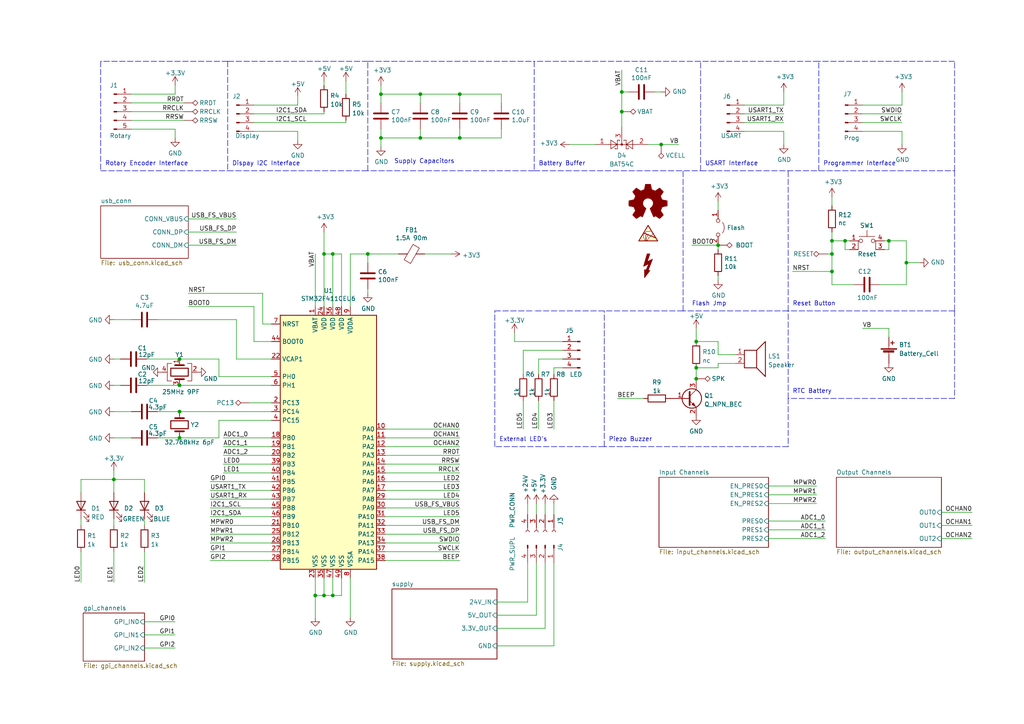
<source format=kicad_sch>
(kicad_sch (version 20211123) (generator eeschema)

  (uuid 949f679f-c6a9-4c5c-99c7-644ace536315)

  (paper "A4")

  (title_block
    (title "FloatPUMP Schematics")
    (date "2022-11-11")
    (rev "1.0")
    (company "robtor.de")
    (comment 1 "Controller board for up to 3 water pumps")
    (comment 2 "measuring capabilities with piezoresistive pressure sensors")
    (comment 3 "sensor input Range 4mA-20mA")
  )

  

  (junction (at 91.44 172.72) (diameter 0) (color 0 0 0 0)
    (uuid 0c1b88cb-a078-4181-b19e-b5625c47d08a)
  )
  (junction (at 96.52 73.66) (diameter 0) (color 0 0 0 0)
    (uuid 1b60fcfc-a270-4122-b967-c7c9c4b63403)
  )
  (junction (at 191.77 41.91) (diameter 0) (color 0 0 0 0)
    (uuid 1c5a68ea-fed7-43b9-a37a-435ca33d5ec4)
  )
  (junction (at 133.35 27.305) (diameter 0) (color 0 0 0 0)
    (uuid 2753d945-ace6-4480-9faf-9137856303ea)
  )
  (junction (at 121.92 40.005) (diameter 0) (color 0 0 0 0)
    (uuid 39d0e9d0-a702-4c04-bc3c-653ef4f0c50e)
  )
  (junction (at 241.3 73.66) (diameter 0) (color 0 0 0 0)
    (uuid 4cd454dd-343a-4999-b869-a7127a4d9978)
  )
  (junction (at 121.92 27.305) (diameter 0) (color 0 0 0 0)
    (uuid 4f94cfba-8412-4c60-a31b-e6d995934dc1)
  )
  (junction (at 96.52 172.72) (diameter 0) (color 0 0 0 0)
    (uuid 5793e5cf-aaeb-41cc-8318-bb2419c1b81f)
  )
  (junction (at 52.07 127) (diameter 0) (color 0 0 0 0)
    (uuid 5a70c532-5383-43bb-b441-21ca36bd2484)
  )
  (junction (at 110.49 40.005) (diameter 0) (color 0 0 0 0)
    (uuid 6f88fca4-4670-437c-9fd1-4ebd76593daa)
  )
  (junction (at 241.3 78.74) (diameter 0) (color 0 0 0 0)
    (uuid 70750f1a-6a6e-4571-87e8-e96d7814c66f)
  )
  (junction (at 201.93 109.855) (diameter 0) (color 0 0 0 0)
    (uuid 9036384e-eee5-4451-b7e7-87842d0d6fca)
  )
  (junction (at 262.89 76.2) (diameter 0) (color 0 0 0 0)
    (uuid 92a2589f-ae05-42af-aab0-9bfaaa2a73f1)
  )
  (junction (at 133.35 40.005) (diameter 0) (color 0 0 0 0)
    (uuid 9569d29f-17d3-40a7-b073-1b7eb9687b43)
  )
  (junction (at 52.07 104.14) (diameter 0) (color 0 0 0 0)
    (uuid 97bd1d07-8f04-442c-80ac-c95cf3f51efe)
  )
  (junction (at 257.81 69.85) (diameter 0) (color 0 0 0 0)
    (uuid 98714d00-b4b5-4379-b4b4-f6e552ad6c97)
  )
  (junction (at 52.07 119.38) (diameter 0) (color 0 0 0 0)
    (uuid a0900619-a580-41eb-9fbb-5149e9a28aef)
  )
  (junction (at 33.02 139.065) (diameter 0) (color 0 0 0 0)
    (uuid a4b63938-0a30-421e-a83e-07ee3a44f405)
  )
  (junction (at 52.07 111.76) (diameter 0) (color 0 0 0 0)
    (uuid a70dc485-cc49-4e1f-b1ec-eb9c56462344)
  )
  (junction (at 245.11 69.85) (diameter 0) (color 0 0 0 0)
    (uuid a783c51a-082f-4856-8a52-660298184bf2)
  )
  (junction (at 180.34 26.67) (diameter 0) (color 0 0 0 0)
    (uuid bf64b8d9-04f8-4bac-906b-3f89e12e5d32)
  )
  (junction (at 201.93 106.68) (diameter 0) (color 0 0 0 0)
    (uuid d85d001d-db06-423e-99e2-d2c9676bf6eb)
  )
  (junction (at 106.68 73.66) (diameter 0) (color 0 0 0 0)
    (uuid dbb72415-af02-4b41-adad-978e86e84f5e)
  )
  (junction (at 208.28 71.12) (diameter 0) (color 0 0 0 0)
    (uuid dc71b394-38ca-4c3c-a2a5-7ef7a670c49b)
  )
  (junction (at 110.49 27.305) (diameter 0) (color 0 0 0 0)
    (uuid dee204e1-3149-4bb4-b821-dbc11df06a18)
  )
  (junction (at 93.98 73.66) (diameter 0) (color 0 0 0 0)
    (uuid ebee7b2d-9f75-4529-9377-97f671d1e3dc)
  )
  (junction (at 201.93 99.06) (diameter 0) (color 0 0 0 0)
    (uuid ec8c2ca1-97d3-4d7c-af64-6cbbbe597d8b)
  )
  (junction (at 93.98 172.72) (diameter 0) (color 0 0 0 0)
    (uuid ed19ccea-cfd8-433f-8938-ca1dd302430c)
  )
  (junction (at 180.34 32.385) (diameter 0) (color 0 0 0 0)
    (uuid f486435c-c972-42e4-8219-35ab13b3a285)
  )
  (junction (at 241.3 69.85) (diameter 0) (color 0 0 0 0)
    (uuid f93f0caf-de38-451e-8ca0-f8175bc6663c)
  )

  (wire (pts (xy 64.77 129.54) (xy 78.74 129.54))
    (stroke (width 0) (type default) (color 0 0 0 0))
    (uuid 011b2a2a-a574-42b5-999f-7ed9d9776a43)
  )
  (polyline (pts (xy 175.26 129.54) (xy 175.26 90.17))
    (stroke (width 0) (type default) (color 0 0 0 0))
    (uuid 01d42531-06ff-458e-91d1-5b96d3f8b385)
  )

  (wire (pts (xy 182.245 26.67) (xy 180.34 26.67))
    (stroke (width 0) (type default) (color 0 0 0 0))
    (uuid 0228648f-fd85-4f7f-9204-53610241d2b9)
  )
  (wire (pts (xy 38.1 119.38) (xy 33.02 119.38))
    (stroke (width 0) (type default) (color 0 0 0 0))
    (uuid 036a7d28-05ab-4651-ba1c-47fa1d863421)
  )
  (wire (pts (xy 73.66 99.06) (xy 73.66 88.9))
    (stroke (width 0) (type default) (color 0 0 0 0))
    (uuid 03a5e9df-cec7-4991-b6d5-c82d388e8d2e)
  )
  (wire (pts (xy 255.27 82.55) (xy 262.89 82.55))
    (stroke (width 0) (type default) (color 0 0 0 0))
    (uuid 062011a8-2b6e-42bc-aa5b-790abf63d348)
  )
  (wire (pts (xy 99.06 73.66) (xy 96.52 73.66))
    (stroke (width 0) (type default) (color 0 0 0 0))
    (uuid 06a42763-2f97-4419-84a6-ef6ea2a60fb4)
  )
  (wire (pts (xy 121.92 27.305) (xy 121.92 29.845))
    (stroke (width 0) (type default) (color 0 0 0 0))
    (uuid 08d4cfaf-b332-40f7-973c-66684e7a54a3)
  )
  (wire (pts (xy 110.49 27.305) (xy 110.49 29.845))
    (stroke (width 0) (type default) (color 0 0 0 0))
    (uuid 0a637dc5-5627-4329-935c-c4f041de6385)
  )
  (wire (pts (xy 93.98 33.02) (xy 93.98 32.385))
    (stroke (width 0) (type default) (color 0 0 0 0))
    (uuid 0bd2a9c0-96d6-44df-80fd-f97264a8b783)
  )
  (wire (pts (xy 52.07 104.14) (xy 42.545 104.14))
    (stroke (width 0) (type default) (color 0 0 0 0))
    (uuid 0c6fff14-bb97-4dc3-9f20-62bec77994c6)
  )
  (wire (pts (xy 78.74 119.38) (xy 52.07 119.38))
    (stroke (width 0) (type default) (color 0 0 0 0))
    (uuid 0e162795-22a7-4501-b03f-b283bb5650d9)
  )
  (wire (pts (xy 201.93 109.855) (xy 201.93 110.49))
    (stroke (width 0) (type default) (color 0 0 0 0))
    (uuid 0f47fb04-026a-4afa-9bfe-15f03def5d6b)
  )
  (wire (pts (xy 149.225 99.06) (xy 163.195 99.06))
    (stroke (width 0) (type default) (color 0 0 0 0))
    (uuid 126099d8-8b2d-4e87-990f-1fb99894d4b1)
  )
  (polyline (pts (xy 106.68 49.53) (xy 106.68 17.78))
    (stroke (width 0) (type default) (color 0 0 0 0))
    (uuid 14d3863a-1c03-4d48-a032-61ae3a0ad5c1)
  )

  (wire (pts (xy 78.74 132.08) (xy 64.77 132.08))
    (stroke (width 0) (type default) (color 0 0 0 0))
    (uuid 152be6bd-f8d6-47e9-9b6b-09485d01579b)
  )
  (wire (pts (xy 93.98 172.72) (xy 91.44 172.72))
    (stroke (width 0) (type default) (color 0 0 0 0))
    (uuid 16e9575c-a847-468f-810e-95497dadeb97)
  )
  (polyline (pts (xy 228.6 115.57) (xy 228.6 129.54))
    (stroke (width 0) (type default) (color 0 0 0 0))
    (uuid 17487b2e-2390-4106-a427-c6c54336dd3f)
  )
  (polyline (pts (xy 228.6 90.17) (xy 198.12 90.17))
    (stroke (width 0) (type default) (color 0 0 0 0))
    (uuid 191311d6-5bf7-47a9-ae1e-6b521cf3ea32)
  )

  (wire (pts (xy 60.96 149.86) (xy 78.74 149.86))
    (stroke (width 0) (type default) (color 0 0 0 0))
    (uuid 196b514b-b3f6-4344-904e-bca015040e93)
  )
  (wire (pts (xy 106.68 83.82) (xy 106.68 85.09))
    (stroke (width 0) (type default) (color 0 0 0 0))
    (uuid 1a8290e9-c445-4b51-b8b0-45fcbf671219)
  )
  (wire (pts (xy 41.91 142.875) (xy 41.91 139.065))
    (stroke (width 0) (type default) (color 0 0 0 0))
    (uuid 1ad7936f-a45d-43a3-8729-3f6ad34b3bbe)
  )
  (wire (pts (xy 208.28 80.01) (xy 208.28 81.28))
    (stroke (width 0) (type default) (color 0 0 0 0))
    (uuid 1b373a0f-a405-4f7c-be0d-0a515d48b205)
  )
  (wire (pts (xy 111.76 127) (xy 133.35 127))
    (stroke (width 0) (type default) (color 0 0 0 0))
    (uuid 1dc46e87-a953-4f20-a4d4-4ecede78d2eb)
  )
  (wire (pts (xy 111.76 157.48) (xy 133.35 157.48))
    (stroke (width 0) (type default) (color 0 0 0 0))
    (uuid 1dd42d41-b809-42ae-b6a5-91ce0f5409f7)
  )
  (wire (pts (xy 100.33 23.495) (xy 100.33 27.305))
    (stroke (width 0) (type default) (color 0 0 0 0))
    (uuid 1e65348d-0394-491b-9696-4c8b7499f309)
  )
  (wire (pts (xy 215.9 35.56) (xy 227.33 35.56))
    (stroke (width 0) (type default) (color 0 0 0 0))
    (uuid 1f4d482a-d80d-48b4-a443-e0ca391c4f86)
  )
  (wire (pts (xy 241.3 69.85) (xy 241.3 73.66))
    (stroke (width 0) (type default) (color 0 0 0 0))
    (uuid 22a0b2d5-d975-4c12-bf03-7470074fed54)
  )
  (wire (pts (xy 96.52 167.64) (xy 96.52 172.72))
    (stroke (width 0) (type default) (color 0 0 0 0))
    (uuid 22f22dbe-16ed-4088-a875-5700f66d16da)
  )
  (wire (pts (xy 241.3 78.74) (xy 229.87 78.74))
    (stroke (width 0) (type default) (color 0 0 0 0))
    (uuid 2400f930-cf6d-41a8-baef-3048725f3a5b)
  )
  (wire (pts (xy 208.28 99.06) (xy 208.28 102.87))
    (stroke (width 0) (type default) (color 0 0 0 0))
    (uuid 268b38a4-5791-4865-b036-a0203f8e626d)
  )
  (wire (pts (xy 163.195 101.6) (xy 151.765 101.6))
    (stroke (width 0) (type default) (color 0 0 0 0))
    (uuid 27394eba-9cc1-4464-8a20-cc6a5fec851e)
  )
  (wire (pts (xy 133.35 40.005) (xy 145.415 40.005))
    (stroke (width 0) (type default) (color 0 0 0 0))
    (uuid 29120252-d73c-4a5c-b87f-011abc045fcf)
  )
  (wire (pts (xy 38.1 27.305) (xy 50.8 27.305))
    (stroke (width 0) (type default) (color 0 0 0 0))
    (uuid 2a745fcb-09cd-409b-a911-81fd22f368af)
  )
  (wire (pts (xy 41.91 187.96) (xy 50.8 187.96))
    (stroke (width 0) (type default) (color 0 0 0 0))
    (uuid 2abcf069-19de-44b8-a6b8-4d5ee2f7d656)
  )
  (wire (pts (xy 256.54 72.39) (xy 257.81 72.39))
    (stroke (width 0) (type default) (color 0 0 0 0))
    (uuid 2d1e4280-a040-4477-a027-a20dfcfdced1)
  )
  (wire (pts (xy 111.76 160.02) (xy 133.35 160.02))
    (stroke (width 0) (type default) (color 0 0 0 0))
    (uuid 2e15e8aa-7905-4170-bb81-958c9c2c74db)
  )
  (wire (pts (xy 52.07 111.76) (xy 42.545 111.76))
    (stroke (width 0) (type default) (color 0 0 0 0))
    (uuid 2e2ea9dc-2e78-48b2-a918-779655a2f4bb)
  )
  (wire (pts (xy 111.76 147.32) (xy 133.35 147.32))
    (stroke (width 0) (type default) (color 0 0 0 0))
    (uuid 2e4f3627-f43e-4331-8ab0-f5d657fd4ada)
  )
  (polyline (pts (xy 66.04 17.78) (xy 29.21 17.78))
    (stroke (width 0) (type default) (color 0 0 0 0))
    (uuid 2e6a35eb-6636-4c39-9b2b-0859e1c94ec8)
  )
  (polyline (pts (xy 66.04 49.53) (xy 106.68 49.53))
    (stroke (width 0) (type default) (color 0 0 0 0))
    (uuid 3010d011-eabc-4cec-b667-b7b1111e3ea0)
  )

  (wire (pts (xy 250.19 33.02) (xy 261.62 33.02))
    (stroke (width 0) (type default) (color 0 0 0 0))
    (uuid 30260a6a-a0b0-4b42-95c3-26be610ecc3e)
  )
  (wire (pts (xy 156.21 116.205) (xy 156.21 124.46))
    (stroke (width 0) (type default) (color 0 0 0 0))
    (uuid 303ae7a7-4a06-4b35-a5ee-99b6d0ccce36)
  )
  (wire (pts (xy 33.02 111.76) (xy 34.925 111.76))
    (stroke (width 0) (type default) (color 0 0 0 0))
    (uuid 30c2d75b-0aa4-4c8b-abd3-15a8940150c1)
  )
  (wire (pts (xy 23.495 142.875) (xy 23.495 139.065))
    (stroke (width 0) (type default) (color 0 0 0 0))
    (uuid 30c6d872-e47d-4ced-8e4c-2dd7b663d734)
  )
  (wire (pts (xy 133.35 27.305) (xy 121.92 27.305))
    (stroke (width 0) (type default) (color 0 0 0 0))
    (uuid 31ddafb9-61de-4674-b559-9e8bd04c8807)
  )
  (wire (pts (xy 155.575 146.05) (xy 155.575 149.225))
    (stroke (width 0) (type default) (color 0 0 0 0))
    (uuid 32214804-a78a-48c8-8a5f-e222ebdefe9d)
  )
  (wire (pts (xy 201.93 99.06) (xy 208.28 99.06))
    (stroke (width 0) (type default) (color 0 0 0 0))
    (uuid 32a972fc-0c88-44e2-804d-656cd9a1d817)
  )
  (polyline (pts (xy 154.94 49.53) (xy 106.68 49.53))
    (stroke (width 0) (type default) (color 0 0 0 0))
    (uuid 32b4cc52-0f7d-4657-a812-f0ec32bb962f)
  )

  (wire (pts (xy 133.35 37.465) (xy 133.35 40.005))
    (stroke (width 0) (type default) (color 0 0 0 0))
    (uuid 339df927-10f1-44cb-aa5f-82bfd46240c7)
  )
  (wire (pts (xy 78.74 144.78) (xy 60.96 144.78))
    (stroke (width 0) (type default) (color 0 0 0 0))
    (uuid 35e191e7-0681-4caa-ab56-bca67244817b)
  )
  (polyline (pts (xy 143.51 90.17) (xy 154.94 90.17))
    (stroke (width 0) (type default) (color 0 0 0 0))
    (uuid 361b2945-3ddb-479e-87ba-da3a8981f58f)
  )

  (wire (pts (xy 78.74 139.7) (xy 60.96 139.7))
    (stroke (width 0) (type default) (color 0 0 0 0))
    (uuid 375fb2af-999a-47fb-b314-c5ed0dda8fca)
  )
  (wire (pts (xy 144.145 187.325) (xy 160.655 187.325))
    (stroke (width 0) (type default) (color 0 0 0 0))
    (uuid 38c1454e-486a-4b67-99c6-d311e1f4e14b)
  )
  (wire (pts (xy 123.19 73.66) (xy 130.81 73.66))
    (stroke (width 0) (type default) (color 0 0 0 0))
    (uuid 398e575e-ffcc-47d3-99bb-d2398359704a)
  )
  (wire (pts (xy 160.655 106.68) (xy 160.655 108.585))
    (stroke (width 0) (type default) (color 0 0 0 0))
    (uuid 3a1fc013-e799-4688-ae20-2bbf502da68b)
  )
  (wire (pts (xy 246.38 72.39) (xy 245.11 72.39))
    (stroke (width 0) (type default) (color 0 0 0 0))
    (uuid 3a2c26a3-70bf-4ff7-a25f-6ff112d26092)
  )
  (wire (pts (xy 250.19 30.48) (xy 261.62 30.48))
    (stroke (width 0) (type default) (color 0 0 0 0))
    (uuid 3a77ad2c-5616-4b44-93df-e454912b8b77)
  )
  (wire (pts (xy 155.575 163.195) (xy 155.575 178.435))
    (stroke (width 0) (type default) (color 0 0 0 0))
    (uuid 3a9d6e3e-6cc0-4747-90d1-ae2403564c54)
  )
  (wire (pts (xy 111.76 124.46) (xy 133.35 124.46))
    (stroke (width 0) (type default) (color 0 0 0 0))
    (uuid 3bb1b200-9bd3-4ca2-a3fe-ceac65ba2f22)
  )
  (wire (pts (xy 151.765 116.205) (xy 151.765 124.46))
    (stroke (width 0) (type default) (color 0 0 0 0))
    (uuid 3c68ad2c-9010-4ef7-bedd-f009382cb08f)
  )
  (wire (pts (xy 257.81 69.85) (xy 262.89 69.85))
    (stroke (width 0) (type default) (color 0 0 0 0))
    (uuid 3e13f1dc-d2b3-4f0a-8b6b-f58d1a30c831)
  )
  (wire (pts (xy 250.19 95.25) (xy 257.81 95.25))
    (stroke (width 0) (type default) (color 0 0 0 0))
    (uuid 3eff4e29-2225-4c7e-8279-6d6efa2d67e4)
  )
  (wire (pts (xy 247.65 82.55) (xy 241.3 82.55))
    (stroke (width 0) (type default) (color 0 0 0 0))
    (uuid 3f407738-52f9-487e-96ff-574567b43890)
  )
  (wire (pts (xy 45.72 92.71) (xy 68.58 92.71))
    (stroke (width 0) (type default) (color 0 0 0 0))
    (uuid 400b7b23-e399-48ba-af02-3f8bdfca3c55)
  )
  (wire (pts (xy 111.76 129.54) (xy 133.35 129.54))
    (stroke (width 0) (type default) (color 0 0 0 0))
    (uuid 4015be1a-c6e1-42db-af6f-c161f489ea1f)
  )
  (wire (pts (xy 33.02 160.02) (xy 33.02 168.91))
    (stroke (width 0) (type default) (color 0 0 0 0))
    (uuid 4118162d-0e05-4908-9a1f-c7016575bccb)
  )
  (polyline (pts (xy 29.21 17.78) (xy 29.21 49.53))
    (stroke (width 0) (type default) (color 0 0 0 0))
    (uuid 41b6e1ba-5c99-4fd7-9c65-c4fb07c70188)
  )

  (wire (pts (xy 191.77 41.91) (xy 196.85 41.91))
    (stroke (width 0) (type default) (color 0 0 0 0))
    (uuid 424267dd-6303-4018-aae0-34d62814fcba)
  )
  (wire (pts (xy 99.06 167.64) (xy 99.06 172.72))
    (stroke (width 0) (type default) (color 0 0 0 0))
    (uuid 424d7750-ddcd-4f41-93ea-a6761834f91c)
  )
  (wire (pts (xy 222.885 140.97) (xy 236.855 140.97))
    (stroke (width 0) (type default) (color 0 0 0 0))
    (uuid 438c390e-2817-4262-9bb8-264a62f66854)
  )
  (wire (pts (xy 111.76 137.16) (xy 133.35 137.16))
    (stroke (width 0) (type default) (color 0 0 0 0))
    (uuid 4390a55c-a8f9-4caf-a838-233bb3ce27aa)
  )
  (wire (pts (xy 241.3 73.66) (xy 241.3 78.74))
    (stroke (width 0) (type default) (color 0 0 0 0))
    (uuid 43951137-b2ae-4c0a-b786-c0130baa43cf)
  )
  (wire (pts (xy 68.58 104.14) (xy 78.74 104.14))
    (stroke (width 0) (type default) (color 0 0 0 0))
    (uuid 43c49596-4b82-4ee2-b1be-2aafb6486920)
  )
  (wire (pts (xy 96.52 88.9) (xy 96.52 73.66))
    (stroke (width 0) (type default) (color 0 0 0 0))
    (uuid 4444fd17-a409-4254-92e6-9a69f5880d89)
  )
  (wire (pts (xy 180.34 26.67) (xy 180.34 20.32))
    (stroke (width 0) (type default) (color 0 0 0 0))
    (uuid 44ca684d-985e-45fb-a22b-01e29383cba4)
  )
  (wire (pts (xy 273.05 152.4) (xy 281.94 152.4))
    (stroke (width 0) (type default) (color 0 0 0 0))
    (uuid 44f02c76-ffc0-47e0-9779-2d79a58ff9cf)
  )
  (wire (pts (xy 208.28 58.42) (xy 208.28 60.96))
    (stroke (width 0) (type default) (color 0 0 0 0))
    (uuid 45f77cbe-76c9-4770-945d-6ce9f436791e)
  )
  (polyline (pts (xy 276.86 49.53) (xy 276.86 17.78))
    (stroke (width 0) (type default) (color 0 0 0 0))
    (uuid 4738ad5c-de7a-450c-a864-83a693566efb)
  )

  (wire (pts (xy 153.035 163.195) (xy 153.035 174.625))
    (stroke (width 0) (type default) (color 0 0 0 0))
    (uuid 4bcde985-b223-4296-adeb-45c7a729c621)
  )
  (polyline (pts (xy 154.94 49.53) (xy 203.2 49.53))
    (stroke (width 0) (type default) (color 0 0 0 0))
    (uuid 4cf2a8ea-f147-45e1-b905-8e01e3488a54)
  )

  (wire (pts (xy 52.07 119.38) (xy 45.72 119.38))
    (stroke (width 0) (type default) (color 0 0 0 0))
    (uuid 4d42688d-59c9-41ed-af68-2d906566e68c)
  )
  (wire (pts (xy 23.495 160.02) (xy 23.495 168.91))
    (stroke (width 0) (type default) (color 0 0 0 0))
    (uuid 4d4de7d2-6a8b-425f-a4ad-2111507b5618)
  )
  (wire (pts (xy 208.28 71.12) (xy 200.66 71.12))
    (stroke (width 0) (type default) (color 0 0 0 0))
    (uuid 4d79ec2b-2fc9-4ba1-b93a-d630912470a0)
  )
  (wire (pts (xy 34.925 104.14) (xy 33.02 104.14))
    (stroke (width 0) (type default) (color 0 0 0 0))
    (uuid 4e0ac502-331a-4340-82b9-dd8d8cee49d0)
  )
  (wire (pts (xy 227.33 38.1) (xy 227.33 41.91))
    (stroke (width 0) (type default) (color 0 0 0 0))
    (uuid 4fddd78f-1b0d-4365-b740-2df7595c3522)
  )
  (wire (pts (xy 156.21 104.14) (xy 156.21 108.585))
    (stroke (width 0) (type default) (color 0 0 0 0))
    (uuid 505d5465-5d3c-4c20-a903-bb9f0614c27d)
  )
  (wire (pts (xy 111.76 142.24) (xy 133.35 142.24))
    (stroke (width 0) (type default) (color 0 0 0 0))
    (uuid 507dbcec-13ef-491c-9e13-750ae5d08786)
  )
  (polyline (pts (xy 175.26 129.54) (xy 143.51 129.54))
    (stroke (width 0) (type default) (color 0 0 0 0))
    (uuid 51bbc616-36a1-464c-9200-0d0c8edfe960)
  )

  (wire (pts (xy 64.77 137.16) (xy 78.74 137.16))
    (stroke (width 0) (type default) (color 0 0 0 0))
    (uuid 51d162f7-2e8a-4bc7-88c1-e6c065d4b161)
  )
  (polyline (pts (xy 106.68 17.78) (xy 154.94 17.78))
    (stroke (width 0) (type default) (color 0 0 0 0))
    (uuid 55438888-edf4-4cf0-83da-f060d3938df2)
  )

  (wire (pts (xy 262.89 69.85) (xy 262.89 76.2))
    (stroke (width 0) (type default) (color 0 0 0 0))
    (uuid 55587dc1-052d-440c-a761-29091bbb6f2b)
  )
  (wire (pts (xy 163.195 106.68) (xy 160.655 106.68))
    (stroke (width 0) (type default) (color 0 0 0 0))
    (uuid 56073852-e094-44c0-abb8-63498ed962c1)
  )
  (wire (pts (xy 222.885 151.13) (xy 239.395 151.13))
    (stroke (width 0) (type default) (color 0 0 0 0))
    (uuid 5651f317-a2b7-4f02-bafd-3ed49b106af9)
  )
  (wire (pts (xy 111.76 134.62) (xy 133.35 134.62))
    (stroke (width 0) (type default) (color 0 0 0 0))
    (uuid 5675cbe2-6193-4193-a086-51fe846aeda2)
  )
  (wire (pts (xy 145.415 37.465) (xy 145.415 40.005))
    (stroke (width 0) (type default) (color 0 0 0 0))
    (uuid 57dab67d-73b5-4fcb-901b-a69051e35364)
  )
  (wire (pts (xy 76.2 93.98) (xy 76.2 85.09))
    (stroke (width 0) (type default) (color 0 0 0 0))
    (uuid 57fd891c-135f-4c54-af0d-9ea73edf736e)
  )
  (wire (pts (xy 227.33 30.48) (xy 227.33 26.67))
    (stroke (width 0) (type default) (color 0 0 0 0))
    (uuid 58170f19-2867-4e92-aef8-b013ab60ff8b)
  )
  (wire (pts (xy 241.3 57.15) (xy 241.3 59.69))
    (stroke (width 0) (type default) (color 0 0 0 0))
    (uuid 58a18d69-fc34-46c3-b57c-2e4d5b6313a2)
  )
  (wire (pts (xy 151.765 101.6) (xy 151.765 108.585))
    (stroke (width 0) (type default) (color 0 0 0 0))
    (uuid 5ab5fc39-d119-4939-b187-6241bdd9350c)
  )
  (polyline (pts (xy 106.68 17.78) (xy 66.04 17.78))
    (stroke (width 0) (type default) (color 0 0 0 0))
    (uuid 5be033f5-9678-4b75-be3b-55853d81c4f8)
  )

  (wire (pts (xy 121.92 27.305) (xy 110.49 27.305))
    (stroke (width 0) (type default) (color 0 0 0 0))
    (uuid 5c2af2de-18cd-439f-b9b8-856093f4e3ac)
  )
  (wire (pts (xy 144.145 182.245) (xy 158.115 182.245))
    (stroke (width 0) (type default) (color 0 0 0 0))
    (uuid 5cb667df-c15a-49bc-9600-d61cf174120a)
  )
  (wire (pts (xy 241.3 78.74) (xy 241.3 82.55))
    (stroke (width 0) (type default) (color 0 0 0 0))
    (uuid 5d9a5990-dcf8-486e-bfb6-30d6c0b34192)
  )
  (wire (pts (xy 63.5 104.14) (xy 52.07 104.14))
    (stroke (width 0) (type default) (color 0 0 0 0))
    (uuid 5e1d9c1f-58d3-41cd-9eb4-fb2ae3a4b10c)
  )
  (wire (pts (xy 215.9 30.48) (xy 227.33 30.48))
    (stroke (width 0) (type default) (color 0 0 0 0))
    (uuid 5e2838cc-acd7-4c51-bc18-f5f97bf524d9)
  )
  (polyline (pts (xy 29.21 49.53) (xy 66.04 49.53))
    (stroke (width 0) (type default) (color 0 0 0 0))
    (uuid 5fe5e54d-1eb6-4f0a-a978-61e0039cfbf1)
  )

  (wire (pts (xy 63.5 109.22) (xy 63.5 104.14))
    (stroke (width 0) (type default) (color 0 0 0 0))
    (uuid 613967c9-6a2a-45ae-bf78-98e4612f5d55)
  )
  (wire (pts (xy 240.03 73.66) (xy 241.3 73.66))
    (stroke (width 0) (type default) (color 0 0 0 0))
    (uuid 6142ef34-97be-4c90-9ca7-e387753b518a)
  )
  (wire (pts (xy 101.6 88.9) (xy 101.6 73.66))
    (stroke (width 0) (type default) (color 0 0 0 0))
    (uuid 618c3501-0e3a-49e5-8b16-1ffee4adee40)
  )
  (wire (pts (xy 222.885 156.21) (xy 239.395 156.21))
    (stroke (width 0) (type default) (color 0 0 0 0))
    (uuid 62b8cb17-877a-45b0-821a-c147661d06ec)
  )
  (wire (pts (xy 241.3 69.85) (xy 245.11 69.85))
    (stroke (width 0) (type default) (color 0 0 0 0))
    (uuid 62d616c4-a645-4785-83f4-e7b9176541bd)
  )
  (wire (pts (xy 262.89 76.2) (xy 266.7 76.2))
    (stroke (width 0) (type default) (color 0 0 0 0))
    (uuid 63c78302-c24d-424c-9283-52ae93200987)
  )
  (wire (pts (xy 63.5 121.92) (xy 63.5 127))
    (stroke (width 0) (type default) (color 0 0 0 0))
    (uuid 65a211f6-d005-41c5-aeb4-31d7e06acfc2)
  )
  (wire (pts (xy 64.77 134.62) (xy 78.74 134.62))
    (stroke (width 0) (type default) (color 0 0 0 0))
    (uuid 68877676-f185-4ce5-994a-3e7cd8c4b619)
  )
  (wire (pts (xy 111.76 152.4) (xy 133.35 152.4))
    (stroke (width 0) (type default) (color 0 0 0 0))
    (uuid 69502565-c8b7-43eb-99e0-3580594b1098)
  )
  (wire (pts (xy 201.93 106.68) (xy 201.93 109.855))
    (stroke (width 0) (type default) (color 0 0 0 0))
    (uuid 69ab2ff6-8d0a-4e41-8e1a-1caf0870f3b7)
  )
  (wire (pts (xy 201.93 95.25) (xy 201.93 99.06))
    (stroke (width 0) (type default) (color 0 0 0 0))
    (uuid 6c7d8008-17da-4be5-b57e-dfb877a7ef32)
  )
  (wire (pts (xy 121.92 37.465) (xy 121.92 40.005))
    (stroke (width 0) (type default) (color 0 0 0 0))
    (uuid 6ce9cb44-7b50-4bf3-98c7-6ca59e7305b2)
  )
  (wire (pts (xy 145.415 29.845) (xy 145.415 27.305))
    (stroke (width 0) (type default) (color 0 0 0 0))
    (uuid 6dd36aa5-6a60-4752-8a21-1772effb9f07)
  )
  (polyline (pts (xy 276.86 17.78) (xy 237.49 17.78))
    (stroke (width 0) (type default) (color 0 0 0 0))
    (uuid 6fd2b7a8-9e41-4aa1-88b4-f9ee307d1b4b)
  )

  (wire (pts (xy 78.74 111.76) (xy 52.07 111.76))
    (stroke (width 0) (type default) (color 0 0 0 0))
    (uuid 715db6a8-aaa0-46b4-addd-972ee71b75dc)
  )
  (wire (pts (xy 110.49 37.465) (xy 110.49 40.005))
    (stroke (width 0) (type default) (color 0 0 0 0))
    (uuid 71b00c47-caef-48f6-91be-7f1855a1e2c0)
  )
  (wire (pts (xy 111.76 132.08) (xy 133.35 132.08))
    (stroke (width 0) (type default) (color 0 0 0 0))
    (uuid 72cc00e4-7e53-46d8-858f-e435f5b37f05)
  )
  (wire (pts (xy 201.93 106.68) (xy 208.28 106.68))
    (stroke (width 0) (type default) (color 0 0 0 0))
    (uuid 743fef08-4881-4afb-adde-ee5bd2198117)
  )
  (wire (pts (xy 241.3 67.31) (xy 241.3 69.85))
    (stroke (width 0) (type default) (color 0 0 0 0))
    (uuid 748c549b-7c57-462b-9f39-c28eb0045225)
  )
  (wire (pts (xy 215.9 38.1) (xy 227.33 38.1))
    (stroke (width 0) (type default) (color 0 0 0 0))
    (uuid 74d4a3c7-cc41-4e0e-b616-9fc3c358b2ae)
  )
  (wire (pts (xy 121.92 40.005) (xy 110.49 40.005))
    (stroke (width 0) (type default) (color 0 0 0 0))
    (uuid 752a7bdc-59a7-4a9e-ae9b-a35465dc8e0c)
  )
  (wire (pts (xy 93.98 88.9) (xy 93.98 73.66))
    (stroke (width 0) (type default) (color 0 0 0 0))
    (uuid 75594c3c-e55b-4454-809c-0a72aa43af83)
  )
  (wire (pts (xy 222.885 153.67) (xy 239.395 153.67))
    (stroke (width 0) (type default) (color 0 0 0 0))
    (uuid 769aead0-25d0-4594-84cb-d6b74ceb8cd8)
  )
  (wire (pts (xy 23.495 139.065) (xy 33.02 139.065))
    (stroke (width 0) (type default) (color 0 0 0 0))
    (uuid 78ce4bcf-16dc-4d77-99b5-ce1b3e6d1d63)
  )
  (wire (pts (xy 261.62 30.48) (xy 261.62 26.67))
    (stroke (width 0) (type default) (color 0 0 0 0))
    (uuid 78f1b9a8-ca0e-4e8c-91b8-a46bcfebec64)
  )
  (wire (pts (xy 73.66 88.9) (xy 54.61 88.9))
    (stroke (width 0) (type default) (color 0 0 0 0))
    (uuid 7c20a18a-318c-4e79-afcf-a3e87eb69a53)
  )
  (wire (pts (xy 99.06 172.72) (xy 96.52 172.72))
    (stroke (width 0) (type default) (color 0 0 0 0))
    (uuid 7ee436ac-423d-4d29-90ad-39fdc300fae0)
  )
  (wire (pts (xy 68.58 92.71) (xy 68.58 104.14))
    (stroke (width 0) (type default) (color 0 0 0 0))
    (uuid 837370a5-1290-49d7-96e4-d4c2412ac873)
  )
  (wire (pts (xy 96.52 172.72) (xy 93.98 172.72))
    (stroke (width 0) (type default) (color 0 0 0 0))
    (uuid 84a2320f-8ad9-4501-8628-7ca6e418f956)
  )
  (wire (pts (xy 179.07 115.57) (xy 186.69 115.57))
    (stroke (width 0) (type default) (color 0 0 0 0))
    (uuid 87cf9f49-2322-4621-91eb-11035c4cedf8)
  )
  (wire (pts (xy 72.39 116.84) (xy 78.74 116.84))
    (stroke (width 0) (type default) (color 0 0 0 0))
    (uuid 88123869-4c37-45f5-b8c1-72149ea8f4ba)
  )
  (wire (pts (xy 133.35 40.005) (xy 121.92 40.005))
    (stroke (width 0) (type default) (color 0 0 0 0))
    (uuid 88c7d4ef-4a81-4ff0-8236-354227632382)
  )
  (wire (pts (xy 160.655 116.205) (xy 160.655 124.46))
    (stroke (width 0) (type default) (color 0 0 0 0))
    (uuid 8afd873f-9a06-4b39-ab04-49f0059f061b)
  )
  (wire (pts (xy 41.91 184.15) (xy 50.8 184.15))
    (stroke (width 0) (type default) (color 0 0 0 0))
    (uuid 8b4e071f-9509-4780-a465-03d34bc67608)
  )
  (wire (pts (xy 78.74 109.22) (xy 63.5 109.22))
    (stroke (width 0) (type default) (color 0 0 0 0))
    (uuid 8b558919-c46d-47f8-bf42-0c0ee86f63f0)
  )
  (wire (pts (xy 111.76 139.7) (xy 133.35 139.7))
    (stroke (width 0) (type default) (color 0 0 0 0))
    (uuid 8bf90929-6d2d-4a79-b1a1-138fa542533a)
  )
  (polyline (pts (xy 154.94 17.78) (xy 154.94 49.53))
    (stroke (width 0) (type default) (color 0 0 0 0))
    (uuid 8d77d4ce-5809-4e16-9db8-9d8672ed5276)
  )

  (wire (pts (xy 73.66 38.1) (xy 86.36 38.1))
    (stroke (width 0) (type default) (color 0 0 0 0))
    (uuid 8d858d92-08ba-438f-a480-02393eb30c20)
  )
  (wire (pts (xy 245.11 72.39) (xy 245.11 69.85))
    (stroke (width 0) (type default) (color 0 0 0 0))
    (uuid 8e9c4a43-8462-408b-bdf7-8c2daf48a9a0)
  )
  (polyline (pts (xy 237.49 17.78) (xy 203.2 17.78))
    (stroke (width 0) (type default) (color 0 0 0 0))
    (uuid 8f2ebcdd-5322-432c-8de8-6f6fa3726577)
  )

  (wire (pts (xy 86.36 38.1) (xy 86.36 40.64))
    (stroke (width 0) (type default) (color 0 0 0 0))
    (uuid 8f733a2c-4b86-4934-a2e4-283803e72b72)
  )
  (wire (pts (xy 91.44 172.72) (xy 91.44 167.64))
    (stroke (width 0) (type default) (color 0 0 0 0))
    (uuid 911ef457-a362-4278-aeb0-e20b4bb95f57)
  )
  (wire (pts (xy 144.145 178.435) (xy 155.575 178.435))
    (stroke (width 0) (type default) (color 0 0 0 0))
    (uuid 913d6165-3eac-4e31-bdf3-24543d6b7c16)
  )
  (wire (pts (xy 76.2 85.09) (xy 54.61 85.09))
    (stroke (width 0) (type default) (color 0 0 0 0))
    (uuid 91e5eec5-ba86-4de8-8306-b82359e84f0b)
  )
  (wire (pts (xy 111.76 149.86) (xy 133.35 149.86))
    (stroke (width 0) (type default) (color 0 0 0 0))
    (uuid 93be490e-4a1a-433c-b296-e5201b30adb1)
  )
  (polyline (pts (xy 237.49 49.53) (xy 237.49 17.78))
    (stroke (width 0) (type default) (color 0 0 0 0))
    (uuid 95462dda-11ce-48d0-b7d6-002ca6ca715a)
  )

  (wire (pts (xy 78.74 154.94) (xy 60.96 154.94))
    (stroke (width 0) (type default) (color 0 0 0 0))
    (uuid 95c0b30a-014d-4809-9e39-76cfd21137e8)
  )
  (wire (pts (xy 38.1 32.385) (xy 53.34 32.385))
    (stroke (width 0) (type default) (color 0 0 0 0))
    (uuid 95d61b58-2fd5-43ab-bfd4-cc233f0800db)
  )
  (wire (pts (xy 273.05 156.21) (xy 281.94 156.21))
    (stroke (width 0) (type default) (color 0 0 0 0))
    (uuid 95fa23fd-11b6-43e1-a7ba-9d9bca32c40b)
  )
  (wire (pts (xy 38.1 92.71) (xy 33.02 92.71))
    (stroke (width 0) (type default) (color 0 0 0 0))
    (uuid 964c3381-2dfe-4f42-9493-7645015217dd)
  )
  (wire (pts (xy 33.02 127) (xy 38.1 127))
    (stroke (width 0) (type default) (color 0 0 0 0))
    (uuid 98d42198-ed3b-4bf0-8e91-cbf5646f19a6)
  )
  (wire (pts (xy 93.98 73.66) (xy 93.98 67.31))
    (stroke (width 0) (type default) (color 0 0 0 0))
    (uuid 990602b7-cde7-45dc-92b8-b9c7bf4dd7ac)
  )
  (wire (pts (xy 93.98 167.64) (xy 93.98 172.72))
    (stroke (width 0) (type default) (color 0 0 0 0))
    (uuid 99979f31-c85d-4c90-81ff-676e69fef161)
  )
  (wire (pts (xy 86.36 27.94) (xy 86.36 30.48))
    (stroke (width 0) (type default) (color 0 0 0 0))
    (uuid 9a8e5ffa-9aed-471c-a8e6-a636cf083f34)
  )
  (wire (pts (xy 106.68 76.2) (xy 106.68 73.66))
    (stroke (width 0) (type default) (color 0 0 0 0))
    (uuid 9b08aa48-fde9-4f0c-abdd-7ab3f00ef3e0)
  )
  (wire (pts (xy 149.225 96.52) (xy 149.225 99.06))
    (stroke (width 0) (type default) (color 0 0 0 0))
    (uuid 9b20bafc-d645-4d67-9a2c-e2d16646bed8)
  )
  (wire (pts (xy 78.74 162.56) (xy 60.96 162.56))
    (stroke (width 0) (type default) (color 0 0 0 0))
    (uuid 9b37b30a-3649-4363-8875-f3fb5ec17e65)
  )
  (wire (pts (xy 215.9 33.02) (xy 227.33 33.02))
    (stroke (width 0) (type default) (color 0 0 0 0))
    (uuid 9c1e6565-7a7a-4067-bbd0-872c0268b742)
  )
  (wire (pts (xy 163.195 104.14) (xy 156.21 104.14))
    (stroke (width 0) (type default) (color 0 0 0 0))
    (uuid 9cc9d3c8-ba88-40da-9425-3b87aa46e513)
  )
  (wire (pts (xy 133.35 29.845) (xy 133.35 27.305))
    (stroke (width 0) (type default) (color 0 0 0 0))
    (uuid 9d5e6a18-8b3a-47d4-b855-1b2ca215c734)
  )
  (polyline (pts (xy 198.12 90.17) (xy 198.12 49.53))
    (stroke (width 0) (type default) (color 0 0 0 0))
    (uuid 9ecc751b-0606-4a8f-9372-63a5cb28ad4e)
  )

  (wire (pts (xy 262.89 76.2) (xy 262.89 82.55))
    (stroke (width 0) (type default) (color 0 0 0 0))
    (uuid a05ced30-092c-475f-857c-28f2ada8a95d)
  )
  (polyline (pts (xy 276.86 49.53) (xy 276.86 90.17))
    (stroke (width 0) (type default) (color 0 0 0 0))
    (uuid a0735468-fe8c-4d1d-8469-a88cd0829ac1)
  )

  (wire (pts (xy 54.61 71.12) (xy 68.58 71.12))
    (stroke (width 0) (type default) (color 0 0 0 0))
    (uuid a2a8943b-bcd6-4326-88ce-86d550232544)
  )
  (wire (pts (xy 257.81 72.39) (xy 257.81 69.85))
    (stroke (width 0) (type default) (color 0 0 0 0))
    (uuid a39ab296-84d3-4532-bfd3-0d85d70b622d)
  )
  (wire (pts (xy 180.34 32.385) (xy 180.34 36.83))
    (stroke (width 0) (type default) (color 0 0 0 0))
    (uuid a6b1970e-7fb2-4104-ae0a-e27cd049864d)
  )
  (wire (pts (xy 78.74 93.98) (xy 76.2 93.98))
    (stroke (width 0) (type default) (color 0 0 0 0))
    (uuid a89c8429-59bb-42fc-bc75-babaaeef03d9)
  )
  (wire (pts (xy 257.81 97.79) (xy 257.81 95.25))
    (stroke (width 0) (type default) (color 0 0 0 0))
    (uuid a9a9a4b6-8a0f-441d-b901-b6be940df615)
  )
  (wire (pts (xy 73.66 30.48) (xy 86.36 30.48))
    (stroke (width 0) (type default) (color 0 0 0 0))
    (uuid aa3fb47d-c127-41e0-acc4-dce6b0c86d5f)
  )
  (wire (pts (xy 63.5 127) (xy 52.07 127))
    (stroke (width 0) (type default) (color 0 0 0 0))
    (uuid ab6d145b-8b2c-4b78-9fa4-d11fb96ed0e4)
  )
  (wire (pts (xy 50.8 37.465) (xy 50.8 40.005))
    (stroke (width 0) (type default) (color 0 0 0 0))
    (uuid adbff9ca-1914-4369-8ccd-4dec08f28a8e)
  )
  (polyline (pts (xy 228.6 90.17) (xy 228.6 49.53))
    (stroke (width 0) (type default) (color 0 0 0 0))
    (uuid add543ca-adad-4f14-9c6f-90093a2e4561)
  )

  (wire (pts (xy 100.33 35.56) (xy 100.33 34.925))
    (stroke (width 0) (type default) (color 0 0 0 0))
    (uuid ae573e88-cf0e-42aa-83ce-8bd94150ded4)
  )
  (wire (pts (xy 256.54 69.85) (xy 257.81 69.85))
    (stroke (width 0) (type default) (color 0 0 0 0))
    (uuid af6725f5-c846-41f8-b609-4d0d39f7a149)
  )
  (wire (pts (xy 153.035 146.05) (xy 153.035 149.225))
    (stroke (width 0) (type default) (color 0 0 0 0))
    (uuid b003686b-24d8-4feb-a05e-d6dbe4c0bdfa)
  )
  (polyline (pts (xy 228.6 115.57) (xy 228.6 90.17))
    (stroke (width 0) (type default) (color 0 0 0 0))
    (uuid b0dad422-ee01-40cf-9bf3-b9abe86989a0)
  )

  (wire (pts (xy 250.19 35.56) (xy 261.62 35.56))
    (stroke (width 0) (type default) (color 0 0 0 0))
    (uuid b12b8d6d-075d-4ebe-8821-613f22e76050)
  )
  (wire (pts (xy 60.96 160.02) (xy 78.74 160.02))
    (stroke (width 0) (type default) (color 0 0 0 0))
    (uuid b27f8d6a-5c79-4388-b709-4ee534ab4242)
  )
  (polyline (pts (xy 198.12 90.17) (xy 154.94 90.17))
    (stroke (width 0) (type default) (color 0 0 0 0))
    (uuid b401eecd-f8bd-4e64-8d28-37b75cfe8ca1)
  )
  (polyline (pts (xy 276.86 90.17) (xy 228.6 90.17))
    (stroke (width 0) (type default) (color 0 0 0 0))
    (uuid b6056db1-1452-4b70-b01d-a7ba36c5259e)
  )

  (wire (pts (xy 158.115 163.195) (xy 158.115 182.245))
    (stroke (width 0) (type default) (color 0 0 0 0))
    (uuid b6f6313c-a404-4cd7-aeaf-68070e13be49)
  )
  (wire (pts (xy 111.76 154.94) (xy 133.35 154.94))
    (stroke (width 0) (type default) (color 0 0 0 0))
    (uuid b7bf21d8-635b-4ba8-931a-f395d90500b3)
  )
  (polyline (pts (xy 66.04 17.78) (xy 66.04 49.53))
    (stroke (width 0) (type default) (color 0 0 0 0))
    (uuid b8414c94-63de-4156-a96e-3fc44e986736)
  )
  (polyline (pts (xy 228.6 129.54) (xy 175.26 129.54))
    (stroke (width 0) (type default) (color 0 0 0 0))
    (uuid b94aeef8-cd3f-4340-9ae1-82d3bb739012)
  )

  (wire (pts (xy 91.44 88.9) (xy 91.44 73.66))
    (stroke (width 0) (type default) (color 0 0 0 0))
    (uuid bb1bb570-2a1a-4394-a465-3e3f93b04bc3)
  )
  (wire (pts (xy 96.52 73.66) (xy 93.98 73.66))
    (stroke (width 0) (type default) (color 0 0 0 0))
    (uuid bc1861f3-bc7f-47c2-9f68-a672fe4e27e5)
  )
  (wire (pts (xy 41.91 150.495) (xy 41.91 152.4))
    (stroke (width 0) (type default) (color 0 0 0 0))
    (uuid bc1cd474-ad2d-4d09-84b6-2427b03dddd2)
  )
  (wire (pts (xy 250.19 38.1) (xy 261.62 38.1))
    (stroke (width 0) (type default) (color 0 0 0 0))
    (uuid bc47ce52-222c-47cd-ad64-1775f2c90d97)
  )
  (wire (pts (xy 110.49 27.305) (xy 110.49 24.765))
    (stroke (width 0) (type default) (color 0 0 0 0))
    (uuid bc776d57-ec50-4332-bcea-30cfae22cb9c)
  )
  (wire (pts (xy 99.06 88.9) (xy 99.06 73.66))
    (stroke (width 0) (type default) (color 0 0 0 0))
    (uuid bcb24732-4854-4f1c-8c63-7ed38b9499fe)
  )
  (wire (pts (xy 208.28 72.39) (xy 208.28 71.12))
    (stroke (width 0) (type default) (color 0 0 0 0))
    (uuid bf9c2abc-32bf-4026-9f6c-082d75f3024c)
  )
  (wire (pts (xy 144.145 174.625) (xy 153.035 174.625))
    (stroke (width 0) (type default) (color 0 0 0 0))
    (uuid bfa97bf5-7863-4ed9-8920-8cc9e7ac15e8)
  )
  (wire (pts (xy 110.49 40.005) (xy 110.49 42.545))
    (stroke (width 0) (type default) (color 0 0 0 0))
    (uuid c138df99-414c-43c1-acb2-f07d1bf70c11)
  )
  (wire (pts (xy 158.115 146.05) (xy 158.115 149.225))
    (stroke (width 0) (type default) (color 0 0 0 0))
    (uuid c2525226-9543-4be4-9fcc-561b7b392bd1)
  )
  (polyline (pts (xy 203.2 49.53) (xy 237.49 49.53))
    (stroke (width 0) (type default) (color 0 0 0 0))
    (uuid c6af4135-16c4-4238-ad8c-249231c54888)
  )

  (wire (pts (xy 111.76 162.56) (xy 133.35 162.56))
    (stroke (width 0) (type default) (color 0 0 0 0))
    (uuid c711a49a-c2e7-4fe7-a5e9-375f5e64d2bc)
  )
  (wire (pts (xy 38.1 37.465) (xy 50.8 37.465))
    (stroke (width 0) (type default) (color 0 0 0 0))
    (uuid c80e5648-60ca-4a95-816c-f49b2f0a5777)
  )
  (wire (pts (xy 93.98 23.495) (xy 93.98 24.765))
    (stroke (width 0) (type default) (color 0 0 0 0))
    (uuid c84aefb8-9f08-4261-8cba-cacf291e197d)
  )
  (wire (pts (xy 261.62 38.1) (xy 261.62 41.91))
    (stroke (width 0) (type default) (color 0 0 0 0))
    (uuid cb14be23-ab98-48c6-9abc-b932f63964a4)
  )
  (wire (pts (xy 60.96 142.24) (xy 78.74 142.24))
    (stroke (width 0) (type default) (color 0 0 0 0))
    (uuid cb7bc55a-2323-48ce-92b6-125d73a762b3)
  )
  (wire (pts (xy 160.655 146.05) (xy 160.655 149.225))
    (stroke (width 0) (type default) (color 0 0 0 0))
    (uuid cb8f5411-e9e6-4a27-a618-5b19193a0be0)
  )
  (wire (pts (xy 245.11 69.85) (xy 246.38 69.85))
    (stroke (width 0) (type default) (color 0 0 0 0))
    (uuid cc93f1d6-860e-443d-aa02-aa2032dcb0dc)
  )
  (wire (pts (xy 91.44 172.72) (xy 91.44 179.07))
    (stroke (width 0) (type default) (color 0 0 0 0))
    (uuid ccc4c377-89ee-44c7-a202-6503eff25fe6)
  )
  (wire (pts (xy 78.74 121.92) (xy 63.5 121.92))
    (stroke (width 0) (type default) (color 0 0 0 0))
    (uuid ce45bb24-479d-4683-aa67-755497195e70)
  )
  (wire (pts (xy 78.74 99.06) (xy 73.66 99.06))
    (stroke (width 0) (type default) (color 0 0 0 0))
    (uuid ce5a1aac-236e-4abf-b1fe-601a38c49f71)
  )
  (wire (pts (xy 222.885 143.51) (xy 236.855 143.51))
    (stroke (width 0) (type default) (color 0 0 0 0))
    (uuid cea0e747-bc0d-4ecc-afdd-051936aac5b3)
  )
  (wire (pts (xy 78.74 127) (xy 64.77 127))
    (stroke (width 0) (type default) (color 0 0 0 0))
    (uuid d0ce3aee-e805-4c59-8762-90f34d751749)
  )
  (wire (pts (xy 33.02 139.065) (xy 33.02 142.875))
    (stroke (width 0) (type default) (color 0 0 0 0))
    (uuid d173243c-9836-4450-b9b9-8164a87447dc)
  )
  (polyline (pts (xy 203.2 17.78) (xy 154.94 17.78))
    (stroke (width 0) (type default) (color 0 0 0 0))
    (uuid d2df2db7-6b1d-41f5-82f6-b44efdb2263a)
  )
  (polyline (pts (xy 276.86 90.17) (xy 276.86 115.57))
    (stroke (width 0) (type default) (color 0 0 0 0))
    (uuid d3ccf262-928e-4d3c-b7fb-10f0fd24e90c)
  )

  (wire (pts (xy 160.655 163.195) (xy 160.655 187.325))
    (stroke (width 0) (type default) (color 0 0 0 0))
    (uuid d3cd8051-e3ea-496c-b986-a1ab9777a9bb)
  )
  (wire (pts (xy 187.96 41.91) (xy 191.77 41.91))
    (stroke (width 0) (type default) (color 0 0 0 0))
    (uuid d59d8e3b-ab91-4e44-a48e-fcab5114ba4b)
  )
  (wire (pts (xy 191.77 26.67) (xy 189.865 26.67))
    (stroke (width 0) (type default) (color 0 0 0 0))
    (uuid d6056601-590e-40a7-8ff6-31fe6146d5f2)
  )
  (wire (pts (xy 106.68 73.66) (xy 115.57 73.66))
    (stroke (width 0) (type default) (color 0 0 0 0))
    (uuid d6810000-b98f-4103-8b13-717f8558ec4e)
  )
  (wire (pts (xy 73.66 33.02) (xy 93.98 33.02))
    (stroke (width 0) (type default) (color 0 0 0 0))
    (uuid d6d2b2a7-d8a5-420f-a284-8759beb962c6)
  )
  (wire (pts (xy 41.91 180.34) (xy 50.8 180.34))
    (stroke (width 0) (type default) (color 0 0 0 0))
    (uuid d7be70c0-432e-4886-8aed-aaaf7b3d6873)
  )
  (wire (pts (xy 50.8 24.765) (xy 50.8 27.305))
    (stroke (width 0) (type default) (color 0 0 0 0))
    (uuid dcff3f94-f6a1-46ab-808f-ff344af909cf)
  )
  (wire (pts (xy 111.76 144.78) (xy 133.35 144.78))
    (stroke (width 0) (type default) (color 0 0 0 0))
    (uuid dfa0739b-211d-4ea0-b2c6-5d073248355d)
  )
  (wire (pts (xy 78.74 157.48) (xy 60.96 157.48))
    (stroke (width 0) (type default) (color 0 0 0 0))
    (uuid dfed6e74-55ff-41a0-a5be-13947b0d0f22)
  )
  (wire (pts (xy 208.28 105.41) (xy 208.28 106.68))
    (stroke (width 0) (type default) (color 0 0 0 0))
    (uuid e285b06c-3055-4c27-9657-454e5eee412a)
  )
  (wire (pts (xy 38.1 29.845) (xy 53.34 29.845))
    (stroke (width 0) (type default) (color 0 0 0 0))
    (uuid e63bea54-8882-4449-827e-26ac8b2b34b1)
  )
  (wire (pts (xy 33.02 139.065) (xy 41.91 139.065))
    (stroke (width 0) (type default) (color 0 0 0 0))
    (uuid e73a6660-d48a-4e68-81c8-476273629ae8)
  )
  (polyline (pts (xy 143.51 129.54) (xy 143.51 90.17))
    (stroke (width 0) (type default) (color 0 0 0 0))
    (uuid e86f5740-aff8-4cde-80e3-0698a60149a9)
  )

  (wire (pts (xy 73.66 35.56) (xy 100.33 35.56))
    (stroke (width 0) (type default) (color 0 0 0 0))
    (uuid e89fb6a3-31fd-4862-ac4f-9b5b7beccc8e)
  )
  (wire (pts (xy 52.07 127) (xy 45.72 127))
    (stroke (width 0) (type default) (color 0 0 0 0))
    (uuid e90c6fab-6929-4bd3-a2c8-c327741c2207)
  )
  (wire (pts (xy 54.61 63.5) (xy 68.58 63.5))
    (stroke (width 0) (type default) (color 0 0 0 0))
    (uuid e95ae691-6553-4ec9-9bfb-ec7e231ba2ff)
  )
  (wire (pts (xy 33.02 136.525) (xy 33.02 139.065))
    (stroke (width 0) (type default) (color 0 0 0 0))
    (uuid ea1bf3bb-617d-4685-ac7d-38426d0a3177)
  )
  (wire (pts (xy 213.36 105.41) (xy 208.28 105.41))
    (stroke (width 0) (type default) (color 0 0 0 0))
    (uuid eb61c2d7-7968-485e-9d23-94f9df4543ec)
  )
  (wire (pts (xy 41.91 160.02) (xy 41.91 168.91))
    (stroke (width 0) (type default) (color 0 0 0 0))
    (uuid ec5aefdf-0a0a-4e5e-a358-8d55d652d7d9)
  )
  (wire (pts (xy 133.35 27.305) (xy 145.415 27.305))
    (stroke (width 0) (type default) (color 0 0 0 0))
    (uuid eda5650f-4123-47f7-a571-b4cf417c532d)
  )
  (polyline (pts (xy 203.2 49.53) (xy 203.2 17.78))
    (stroke (width 0) (type default) (color 0 0 0 0))
    (uuid ee664fba-5e11-49e9-b568-bf569641899a)
  )

  (wire (pts (xy 273.05 148.59) (xy 281.94 148.59))
    (stroke (width 0) (type default) (color 0 0 0 0))
    (uuid eed5dbbe-9362-46fd-9ec9-8df3ea84b9d9)
  )
  (wire (pts (xy 54.61 67.31) (xy 68.58 67.31))
    (stroke (width 0) (type default) (color 0 0 0 0))
    (uuid efff8124-bdab-4cd3-8181-faad1eb27e4f)
  )
  (wire (pts (xy 101.6 167.64) (xy 101.6 179.07))
    (stroke (width 0) (type default) (color 0 0 0 0))
    (uuid f0332d1f-1208-4b12-a62f-9d973be4942a)
  )
  (wire (pts (xy 208.28 102.87) (xy 213.36 102.87))
    (stroke (width 0) (type default) (color 0 0 0 0))
    (uuid f1c037e2-4968-4b91-93d7-5af5fa892692)
  )
  (wire (pts (xy 165.1 41.91) (xy 172.72 41.91))
    (stroke (width 0) (type default) (color 0 0 0 0))
    (uuid f51f9441-4a22-42ba-84ab-b9f70e0bb738)
  )
  (wire (pts (xy 38.1 34.925) (xy 53.34 34.925))
    (stroke (width 0) (type default) (color 0 0 0 0))
    (uuid f6d7768b-349b-4d15-860f-03353a92b09a)
  )
  (wire (pts (xy 23.495 150.495) (xy 23.495 152.4))
    (stroke (width 0) (type default) (color 0 0 0 0))
    (uuid fc22b293-6cee-449d-b5a4-753d9e7bd70e)
  )
  (wire (pts (xy 60.96 147.32) (xy 78.74 147.32))
    (stroke (width 0) (type default) (color 0 0 0 0))
    (uuid fd279f4a-6103-49ab-9aca-9c752647cb31)
  )
  (polyline (pts (xy 276.86 115.57) (xy 228.6 115.57))
    (stroke (width 0) (type default) (color 0 0 0 0))
    (uuid fd2c4dfc-6ee1-4379-9c1d-4105297e3b22)
  )

  (wire (pts (xy 101.6 73.66) (xy 106.68 73.66))
    (stroke (width 0) (type default) (color 0 0 0 0))
    (uuid fd5f488f-02dc-45e3-81dd-6ecd42735c1e)
  )
  (wire (pts (xy 180.34 26.67) (xy 180.34 32.385))
    (stroke (width 0) (type default) (color 0 0 0 0))
    (uuid fdadcd65-f9cd-4782-864d-73f050b8fdc6)
  )
  (wire (pts (xy 78.74 152.4) (xy 60.96 152.4))
    (stroke (width 0) (type default) (color 0 0 0 0))
    (uuid fe800396-56f0-4157-b178-12820e8e71f6)
  )
  (polyline (pts (xy 237.49 49.53) (xy 276.86 49.53))
    (stroke (width 0) (type default) (color 0 0 0 0))
    (uuid ff13df63-79e7-456b-ba33-c7b42181baf1)
  )

  (wire (pts (xy 33.02 150.495) (xy 33.02 152.4))
    (stroke (width 0) (type default) (color 0 0 0 0))
    (uuid ff5f55d8-385c-483e-824c-68c831f6b346)
  )
  (wire (pts (xy 222.885 146.05) (xy 236.855 146.05))
    (stroke (width 0) (type default) (color 0 0 0 0))
    (uuid ffdd8df0-24b8-4804-8c68-0e63bb417a68)
  )

  (text "External LED's" (at 144.78 128.27 0)
    (effects (font (size 1.27 1.27)) (justify left bottom))
    (uuid 017a1a46-f72b-4996-b512-4b634480c4a5)
  )
  (text "RTC Battery" (at 229.87 114.3 0)
    (effects (font (size 1.27 1.27)) (justify left bottom))
    (uuid 0b5885e5-3847-4f5e-80a6-a1d39a0aefd0)
  )
  (text "Dispay I2C Interface" (at 67.31 48.26 0)
    (effects (font (size 1.27 1.27)) (justify left bottom))
    (uuid 0defbe19-7b19-4a49-8972-10bbc764b5a7)
  )
  (text "Supply Capacitors" (at 114.3 47.625 0)
    (effects (font (size 1.27 1.27)) (justify left bottom))
    (uuid 3e1ba6f1-d940-410a-bd1f-10d2af9a24ae)
  )
  (text "Programmer Interface" (at 238.76 48.26 0)
    (effects (font (size 1.27 1.27)) (justify left bottom))
    (uuid 587138c9-702c-4a25-839b-028ab8a02ae7)
  )
  (text "USART Interface" (at 204.47 48.26 0)
    (effects (font (size 1.27 1.27)) (justify left bottom))
    (uuid 809952c8-24e7-4ea8-bfc0-946fbf63093b)
  )
  (text "Flash Jmp" (at 200.66 88.9 0)
    (effects (font (size 1.27 1.27)) (justify left bottom))
    (uuid a8f2ac5c-add0-4922-966b-0f44cf18ed75)
  )
  (text "Piezo Buzzer" (at 176.53 128.27 0)
    (effects (font (size 1.27 1.27)) (justify left bottom))
    (uuid b94cb03a-bc8a-45e6-aadf-06e0fbd0235f)
  )
  (text "Reset Button" (at 229.87 88.9 0)
    (effects (font (size 1.27 1.27)) (justify left bottom))
    (uuid ce6d8115-7823-4fa9-9e76-4a170d34e0ba)
  )
  (text "Rotary Encoder Interface" (at 30.48 48.26 0)
    (effects (font (size 1.27 1.27)) (justify left bottom))
    (uuid ea567204-ac80-4545-984d-6fca6cd2b7ef)
  )
  (text "Battery Buffer" (at 156.21 48.26 0)
    (effects (font (size 1.27 1.27)) (justify left bottom))
    (uuid eb47dc04-05eb-48cf-ad53-7f358086fc3c)
  )

  (label "ADC1_2" (at 64.77 132.08 0)
    (effects (font (size 1.27 1.27)) (justify left bottom))
    (uuid 01f26101-14e0-49d7-b864-83154aa0392b)
  )
  (label "VB" (at 196.85 41.91 180)
    (effects (font (size 1.27 1.27)) (justify right bottom))
    (uuid 0ad54205-cd37-4326-af0f-448de1ac90d3)
  )
  (label "SWDIO" (at 261.62 33.02 180)
    (effects (font (size 1.27 1.27)) (justify right bottom))
    (uuid 0bafb6c3-29f6-4468-b990-40848bf1ed32)
  )
  (label "NRST" (at 229.87 78.74 0)
    (effects (font (size 1.27 1.27)) (justify left bottom))
    (uuid 0bf3de27-6c87-4257-bdac-61101f34f880)
  )
  (label "I2C1_SCL" (at 80.01 35.56 0)
    (effects (font (size 1.27 1.27)) (justify left bottom))
    (uuid 0bf53b7e-bec3-4f28-b622-5e594121350e)
  )
  (label "LED1" (at 33.02 168.91 90)
    (effects (font (size 1.27 1.27)) (justify left bottom))
    (uuid 0bfc7775-35ea-4265-98df-93644976ab20)
  )
  (label "RRDT" (at 53.34 29.845 180)
    (effects (font (size 1.27 1.27)) (justify right bottom))
    (uuid 0d8cceb6-90fb-424d-ba7e-7e1ec0606a2e)
  )
  (label "GPI1" (at 50.8 184.15 180)
    (effects (font (size 1.27 1.27)) (justify right bottom))
    (uuid 0ef8f704-3780-400d-a7e0-b4d07c8fe5cd)
  )
  (label "USART1_RX" (at 60.96 144.78 0)
    (effects (font (size 1.27 1.27)) (justify left bottom))
    (uuid 10a22105-b5e5-4d0e-baa6-7c8d166cee3a)
  )
  (label "VBAT" (at 91.44 77.47 90)
    (effects (font (size 1.27 1.27)) (justify left bottom))
    (uuid 119583ad-9474-4db5-8169-33e03808748c)
  )
  (label "SWDIO" (at 133.35 157.48 180)
    (effects (font (size 1.27 1.27)) (justify right bottom))
    (uuid 1565bb66-b2a0-44b4-9dd5-e36fa0378a13)
  )
  (label "GPI2" (at 50.8 187.96 180)
    (effects (font (size 1.27 1.27)) (justify right bottom))
    (uuid 1db55f4c-c514-41d4-b660-55ed292fa0ac)
  )
  (label "GPI2" (at 60.96 162.56 0)
    (effects (font (size 1.27 1.27)) (justify left bottom))
    (uuid 24971fe2-a935-44f2-8811-c5172cf816be)
  )
  (label "MPWR2" (at 60.96 157.48 0)
    (effects (font (size 1.27 1.27)) (justify left bottom))
    (uuid 2e9ffb67-bf9e-40ec-a54e-c0611c059ca1)
  )
  (label "LED3" (at 160.655 124.46 90)
    (effects (font (size 1.27 1.27)) (justify left bottom))
    (uuid 307a4f5e-b4d0-44d4-b839-15eeef9c5d49)
  )
  (label "USB_FS_DM" (at 133.35 152.4 180)
    (effects (font (size 1.27 1.27)) (justify right bottom))
    (uuid 324c6e2b-aee1-48fe-8d26-b3f3f55229fb)
  )
  (label "LED5" (at 151.765 124.46 90)
    (effects (font (size 1.27 1.27)) (justify left bottom))
    (uuid 3599f4e8-3fb3-4d84-9723-76b40e926b1e)
  )
  (label "LED4" (at 133.35 144.78 180)
    (effects (font (size 1.27 1.27)) (justify right bottom))
    (uuid 37dc14e2-f05a-4b6d-a204-00d1a64fe143)
  )
  (label "BOOT0" (at 200.66 71.12 0)
    (effects (font (size 1.27 1.27)) (justify left bottom))
    (uuid 3c90c2f6-5699-44ff-a0d7-4f2a6987c670)
  )
  (label "OCHAN2" (at 281.94 156.21 180)
    (effects (font (size 1.27 1.27)) (justify right bottom))
    (uuid 40b7033f-56a8-4a37-af8e-e47dd03d953b)
  )
  (label "SWCLK" (at 133.35 160.02 180)
    (effects (font (size 1.27 1.27)) (justify right bottom))
    (uuid 45d6d53a-fad1-4668-9d88-a1119f0ff15a)
  )
  (label "I2C1_SDA" (at 60.96 149.86 0)
    (effects (font (size 1.27 1.27)) (justify left bottom))
    (uuid 4a6336e7-ef02-466a-b414-91780f3b7064)
  )
  (label "USART1_TX" (at 60.96 142.24 0)
    (effects (font (size 1.27 1.27)) (justify left bottom))
    (uuid 4eff8699-ddbb-47d3-b710-c5845377e1d3)
  )
  (label "RRSW" (at 53.34 34.925 180)
    (effects (font (size 1.27 1.27)) (justify right bottom))
    (uuid 55a4774d-4ea8-49d4-874b-a093480f21f3)
  )
  (label "ADC1_1" (at 239.395 153.67 180)
    (effects (font (size 1.27 1.27)) (justify right bottom))
    (uuid 5c7b727e-1cdf-4ecb-9cf1-48558db33af3)
  )
  (label "I2C1_SCL" (at 60.96 147.32 0)
    (effects (font (size 1.27 1.27)) (justify left bottom))
    (uuid 5d2815c4-905c-48f8-804d-0c55f5785a93)
  )
  (label "LED0" (at 64.77 134.62 0)
    (effects (font (size 1.27 1.27)) (justify left bottom))
    (uuid 5d94ff4e-a986-4051-91de-fe0615c8c5cc)
  )
  (label "OCHAN1" (at 133.35 127 180)
    (effects (font (size 1.27 1.27)) (justify right bottom))
    (uuid 61f67028-00f5-4b0a-be62-aa9dfe927cdb)
  )
  (label "USB_FS_VBUS" (at 68.58 63.5 180)
    (effects (font (size 1.27 1.27)) (justify right bottom))
    (uuid 62ee71f9-523d-446c-aaad-63916388e5b1)
  )
  (label "SWCLK" (at 261.62 35.56 180)
    (effects (font (size 1.27 1.27)) (justify right bottom))
    (uuid 652f4aaa-29c6-49c3-98bc-268b651cc5b1)
  )
  (label "OCHAN2" (at 133.35 129.54 180)
    (effects (font (size 1.27 1.27)) (justify right bottom))
    (uuid 69f66d06-f98c-4cb9-99be-0b785b82bb39)
  )
  (label "USB_FS_DM" (at 68.58 71.12 180)
    (effects (font (size 1.27 1.27)) (justify right bottom))
    (uuid 6bf8fb7f-ec37-44f1-887b-868bea2ade29)
  )
  (label "RRSW" (at 133.35 134.62 180)
    (effects (font (size 1.27 1.27)) (justify right bottom))
    (uuid 6cf470ec-cf60-4857-a654-d4f4e879f44f)
  )
  (label "OCHAN0" (at 281.94 148.59 180)
    (effects (font (size 1.27 1.27)) (justify right bottom))
    (uuid 73377c61-4b88-4a36-977d-e4ec19babf5c)
  )
  (label "ADC1_2" (at 239.395 156.21 180)
    (effects (font (size 1.27 1.27)) (justify right bottom))
    (uuid 73e4fcb3-e436-4e5a-af51-d6bac5d5b249)
  )
  (label "USART1_RX" (at 227.33 35.56 180)
    (effects (font (size 1.27 1.27)) (justify right bottom))
    (uuid 79be2177-45e3-4591-b0e4-9f6611d4d304)
  )
  (label "MPWR2" (at 236.855 146.05 180)
    (effects (font (size 1.27 1.27)) (justify right bottom))
    (uuid 80a392e7-6229-4f28-8661-5e6f382ac66b)
  )
  (label "BEEP" (at 133.35 162.56 180)
    (effects (font (size 1.27 1.27)) (justify right bottom))
    (uuid 817e9fb0-0ae3-4e01-a0ef-945961e19efe)
  )
  (label "NRST" (at 54.61 85.09 0)
    (effects (font (size 1.27 1.27)) (justify left bottom))
    (uuid 83d6e466-b1b3-4852-bb18-1870428418d6)
  )
  (label "GPI0" (at 60.96 139.7 0)
    (effects (font (size 1.27 1.27)) (justify left bottom))
    (uuid 861c066b-24a5-40ad-abdb-81ad01a08c52)
  )
  (label "LED2" (at 41.91 168.91 90)
    (effects (font (size 1.27 1.27)) (justify left bottom))
    (uuid 86e6d591-8084-4a92-a5c2-9af4a530888b)
  )
  (label "RRCLK" (at 133.35 137.16 180)
    (effects (font (size 1.27 1.27)) (justify right bottom))
    (uuid 8c8c59e1-1920-4ac6-8ff7-3c1859ce6103)
  )
  (label "LED3" (at 133.35 142.24 180)
    (effects (font (size 1.27 1.27)) (justify right bottom))
    (uuid 908e257c-25af-4b93-adf9-6e79fad23a9e)
  )
  (label "LED1" (at 64.77 137.16 0)
    (effects (font (size 1.27 1.27)) (justify left bottom))
    (uuid 917cc612-5289-41aa-9bc7-d66a48401312)
  )
  (label "LED0" (at 23.495 168.91 90)
    (effects (font (size 1.27 1.27)) (justify left bottom))
    (uuid 9680f7d3-99b4-42f7-b07c-eb99bd686e6f)
  )
  (label "OCHAN0" (at 133.35 124.46 180)
    (effects (font (size 1.27 1.27)) (justify right bottom))
    (uuid 98dfd6c3-376d-4a5a-8d89-816548ad7dfa)
  )
  (label "GPI1" (at 60.96 160.02 0)
    (effects (font (size 1.27 1.27)) (justify left bottom))
    (uuid 9bac1879-0f10-478b-ae7e-2a30ac69a7e4)
  )
  (label "OCHAN1" (at 281.94 152.4 180)
    (effects (font (size 1.27 1.27)) (justify right bottom))
    (uuid a48cef53-7b65-48d3-8e3e-ba6ef4210794)
  )
  (label "RRCLK" (at 53.34 32.385 180)
    (effects (font (size 1.27 1.27)) (justify right bottom))
    (uuid b58069b1-acff-47e7-ba13-93f0588aca67)
  )
  (label "MPWR0" (at 236.855 140.97 180)
    (effects (font (size 1.27 1.27)) (justify right bottom))
    (uuid b68728c4-75ca-4cd7-a5c4-ca373982ddb1)
  )
  (label "I2C1_SDA" (at 80.01 33.02 0)
    (effects (font (size 1.27 1.27)) (justify left bottom))
    (uuid baf45280-83b2-4a6c-84eb-013ba743c5d2)
  )
  (label "ADC1_1" (at 64.77 129.54 0)
    (effects (font (size 1.27 1.27)) (justify left bottom))
    (uuid bfb2dd11-7539-40fc-ba94-235cdef582c6)
  )
  (label "USB_FS_DP" (at 133.35 154.94 180)
    (effects (font (size 1.27 1.27)) (justify right bottom))
    (uuid c1a44538-f6f8-4af0-9fc5-3f6b11729d3f)
  )
  (label "GPI0" (at 50.8 180.34 180)
    (effects (font (size 1.27 1.27)) (justify right bottom))
    (uuid c5173561-9d82-4d57-8ff1-e5e1372c9298)
  )
  (label "USB_FS_DP" (at 68.58 67.31 180)
    (effects (font (size 1.27 1.27)) (justify right bottom))
    (uuid c79e5f67-4b78-4499-ac27-2e9576ba1f8d)
  )
  (label "USART1_TX" (at 227.33 33.02 180)
    (effects (font (size 1.27 1.27)) (justify right bottom))
    (uuid d0900990-075f-4812-bd59-e5062bc74f3b)
  )
  (label "VB" (at 250.19 95.25 0)
    (effects (font (size 1.27 1.27)) (justify left bottom))
    (uuid d09618a2-c5e3-4ef4-b0ec-d277f47ec4ff)
  )
  (label "BEEP" (at 179.07 115.57 0)
    (effects (font (size 1.27 1.27)) (justify left bottom))
    (uuid d1a1a029-6cfe-4bbc-97ea-1f0f7e755349)
  )
  (label "LED4" (at 156.21 124.46 90)
    (effects (font (size 1.27 1.27)) (justify left bottom))
    (uuid d44b69dd-a688-4a8c-a170-31b8605fdc4c)
  )
  (label "USB_FS_VBUS" (at 133.35 147.32 180)
    (effects (font (size 1.27 1.27)) (justify right bottom))
    (uuid d5726472-d1c1-480c-8a8e-61e17c0bf72e)
  )
  (label "ADC1_0" (at 64.77 127 0)
    (effects (font (size 1.27 1.27)) (justify left bottom))
    (uuid db27a1de-06c2-4314-b565-a78c9686fafb)
  )
  (label "MPWR1" (at 60.96 154.94 0)
    (effects (font (size 1.27 1.27)) (justify left bottom))
    (uuid dbed082c-31eb-4550-80d7-db601aa7ce1f)
  )
  (label "LED5" (at 133.35 149.86 180)
    (effects (font (size 1.27 1.27)) (justify right bottom))
    (uuid dd05e16a-b4de-451e-8db5-7f04207e0db1)
  )
  (label "BOOT0" (at 54.61 88.9 0)
    (effects (font (size 1.27 1.27)) (justify left bottom))
    (uuid e71e4571-a2c0-4cdc-a885-cb23ad9f49ec)
  )
  (label "RRDT" (at 133.35 132.08 180)
    (effects (font (size 1.27 1.27)) (justify right bottom))
    (uuid e72798e2-9100-4ab4-ad96-f081271afee7)
  )
  (label "MPWR1" (at 236.855 143.51 180)
    (effects (font (size 1.27 1.27)) (justify right bottom))
    (uuid e879d712-18af-4756-8ead-224246068494)
  )
  (label "ADC1_0" (at 239.395 151.13 180)
    (effects (font (size 1.27 1.27)) (justify right bottom))
    (uuid f4ee6f32-763f-41f0-8d36-ac7648c57b21)
  )
  (label "VBAT" (at 180.34 20.32 270)
    (effects (font (size 1.27 1.27)) (justify right bottom))
    (uuid f5b2e692-3243-408a-9160-bd207d3e0414)
  )
  (label "MPWR0" (at 60.96 152.4 0)
    (effects (font (size 1.27 1.27)) (justify left bottom))
    (uuid f69fcc53-2631-45de-87bf-6432155144f3)
  )
  (label "LED2" (at 133.35 139.7 180)
    (effects (font (size 1.27 1.27)) (justify right bottom))
    (uuid f9f54305-2c45-4ef0-946a-c21c0b533443)
  )

  (symbol (lib_id "MCU_ST_STM32F4:STM32F411CEUx") (at 96.52 127 0) (unit 1)
    (in_bom yes) (on_board yes)
    (uuid 00000000-0000-0000-0000-0000636c0193)
    (property "Reference" "U1" (id 0) (at 95.25 84.3026 0))
    (property "Value" "STM32F411CEU6" (id 1) (at 95.25 86.614 0))
    (property "Footprint" "Package_DFN_QFN:QFN-48-1EP_7x7mm_P0.5mm_EP5.6x5.6mm" (id 2) (at 81.28 165.1 0)
      (effects (font (size 1.27 1.27)) (justify right) hide)
    )
    (property "Datasheet" "http://www.st.com/st-web-ui/static/active/en/resource/technical/document/datasheet/DM00115249.pdf" (id 3) (at 96.52 127 0)
      (effects (font (size 1.27 1.27)) hide)
    )
    (property "JLCPCB" "C60420" (id 4) (at 96.52 127 0)
      (effects (font (size 1.27 1.27)) hide)
    )
    (pin "1" (uuid 1e766996-f37b-47e8-bc5b-dc9c27f7543f))
    (pin "10" (uuid 7edf752d-2616-45d2-8cb8-4622943246b2))
    (pin "11" (uuid b9a310a3-26bc-429c-a57e-2739e4aaa587))
    (pin "12" (uuid 8b5207e6-467b-4e54-a6c1-7a51251745fc))
    (pin "13" (uuid 47ff56d9-9266-4caa-9f98-1ca01809dada))
    (pin "14" (uuid 9ae3a0ac-4e10-4b88-abdb-4b1364be3570))
    (pin "15" (uuid 282ee813-c1d5-4993-946d-b30277f74143))
    (pin "16" (uuid 91b471d4-1286-4dc4-a78a-caff92597a6c))
    (pin "17" (uuid 68a6e09d-e23e-4415-9fb9-b3691cb2901e))
    (pin "18" (uuid 1f09b78c-443b-4f10-9b6d-d3189620479b))
    (pin "19" (uuid a90c388d-0a07-4fe8-a999-f7a7c17dee49))
    (pin "2" (uuid 5ffd7d67-6aa6-45db-a79b-01e7975761b9))
    (pin "20" (uuid 7b339044-6f0c-4036-a1fa-861975ea881c))
    (pin "21" (uuid 7ff2bea3-5a20-41de-80af-7c74b9314f98))
    (pin "22" (uuid d66b2366-7ce1-4ec9-93fe-c2d403a36681))
    (pin "23" (uuid 011947b7-e496-4737-aa02-c02fe2a60eb9))
    (pin "24" (uuid 4f73f9e7-f4bb-4942-899a-2d36f802b129))
    (pin "25" (uuid 9638bd29-f30c-45b0-8a24-af4dd5d1711a))
    (pin "26" (uuid fe30ecb8-62ec-47dd-8c1c-bf47cf204ce4))
    (pin "27" (uuid 9a2ca39d-9cba-4286-ab76-7442fd0e4042))
    (pin "28" (uuid 99213bfb-5736-49fb-b78e-74cfc6b59d91))
    (pin "29" (uuid 309430de-09e6-4ca1-9121-008e71452c43))
    (pin "3" (uuid 050c7174-cdcd-4e09-9caf-2a2bceec85ad))
    (pin "30" (uuid 0e32a4ee-9cac-49bf-bd78-2a77ba9dd6f8))
    (pin "31" (uuid 48c2210c-bfbd-4c0a-b0b8-8743928ff714))
    (pin "32" (uuid e2d499dc-c3de-4844-907a-be8b4c42e9dd))
    (pin "33" (uuid 2067c34c-0796-4e03-9388-f0f5a25af546))
    (pin "34" (uuid 5b77065a-0365-432c-b92e-a11cddc4a1e1))
    (pin "35" (uuid 6f6225d6-aeeb-446e-a2b9-d9e8bd17e270))
    (pin "36" (uuid 33a082cc-d6a0-46f7-b2b8-5738d0056f20))
    (pin "37" (uuid 27b06d5f-f49d-4175-9602-59b9483e8278))
    (pin "38" (uuid ee91e6af-f92a-47af-8135-6028a5fb9adc))
    (pin "39" (uuid d51654c1-e55d-44df-ab89-f4ea2a0494ab))
    (pin "4" (uuid c12c5407-8d2f-43cc-8789-b5358fdd5972))
    (pin "40" (uuid 3155addc-62f3-44aa-b440-3257773e3e3c))
    (pin "41" (uuid 76039c67-accf-4f0d-9c98-399a3b99b63f))
    (pin "42" (uuid 04d6aed7-8b41-4cb1-90a4-97ca2b6fa08a))
    (pin "43" (uuid 5fa714a8-b0cc-4e16-8675-0e025f6165dd))
    (pin "44" (uuid 4efb89df-04a5-43b9-a21f-fc467dbeb8a9))
    (pin "45" (uuid a317ac34-6daa-4d63-b15d-75f429b278e3))
    (pin "46" (uuid e05fb5ab-054a-4144-b91e-d2e2c45155fd))
    (pin "47" (uuid 26392e10-59d0-4ce4-ac46-f46aa3b5a0ef))
    (pin "48" (uuid c87d55ab-9244-4801-b905-859371048f5d))
    (pin "49" (uuid 4064e26b-47b3-42a9-809c-f84c57b06081))
    (pin "5" (uuid d51d8388-9170-4cf1-8e28-3475faae9330))
    (pin "6" (uuid 604b5a84-1657-4d83-9c98-de90905c867d))
    (pin "7" (uuid 65e7156a-03d0-4fb7-affa-aa50d03bd074))
    (pin "8" (uuid b693fcb8-912c-4e31-b47b-88173260dc71))
    (pin "9" (uuid 3fad3fc5-c83f-42ad-9166-fd3507a5a657))
  )

  (symbol (lib_id "Device:Crystal_GND24") (at 52.07 107.95 270) (unit 1)
    (in_bom yes) (on_board yes)
    (uuid 00000000-0000-0000-0000-0000636cbe2d)
    (property "Reference" "Y1" (id 0) (at 50.8 102.87 90)
      (effects (font (size 1.27 1.27)) (justify left))
    )
    (property "Value" "25MHz 9PF" (id 1) (at 46.99 113.665 90)
      (effects (font (size 1.27 1.27)) (justify left))
    )
    (property "Footprint" "Crystal:Crystal_SMD_3225-4Pin_3.2x2.5mm" (id 2) (at 52.07 107.95 0)
      (effects (font (size 1.27 1.27)) hide)
    )
    (property "Datasheet" "https://datasheet.lcsc.com/lcsc/2202031800_JYJE-3TJ425000HYFBC_C2149073.pdf" (id 3) (at 52.07 107.95 0)
      (effects (font (size 1.27 1.27)) hide)
    )
    (property "JLCPCB" "C2149073" (id 4) (at 52.07 107.95 90)
      (effects (font (size 1.27 1.27)) hide)
    )
    (pin "1" (uuid bfdfbc6f-2ae9-476b-8652-6ecfdee5cc60))
    (pin "2" (uuid db0462c3-cf7a-43e9-9c6c-8846264afd15))
    (pin "3" (uuid ca3adf4d-c267-4527-8c07-520983c37264))
    (pin "4" (uuid 5acdcbb8-46d5-4b54-bff3-7fc8b1b35545))
  )

  (symbol (lib_id "Device:C") (at 38.735 104.14 270) (unit 1)
    (in_bom yes) (on_board yes)
    (uuid 00000000-0000-0000-0000-0000636d2cc5)
    (property "Reference" "C1" (id 0) (at 41.275 100.965 90))
    (property "Value" "12pF" (id 1) (at 42.545 102.87 90))
    (property "Footprint" "Capacitor_SMD:C_0603_1608Metric" (id 2) (at 34.925 105.1052 0)
      (effects (font (size 1.27 1.27)) hide)
    )
    (property "Datasheet" "~" (id 3) (at 38.735 104.14 0)
      (effects (font (size 1.27 1.27)) hide)
    )
    (property "JLCPCB" "C165738" (id 4) (at 38.735 104.14 90)
      (effects (font (size 1.27 1.27)) hide)
    )
    (pin "1" (uuid 7e06312e-c115-4b9f-91cc-5b3f9e5d9965))
    (pin "2" (uuid 3c2fe3fb-73a3-417b-b1d9-201ce17dbbd4))
  )

  (symbol (lib_id "Device:C") (at 38.735 111.76 270) (unit 1)
    (in_bom yes) (on_board yes)
    (uuid 00000000-0000-0000-0000-0000636d36f6)
    (property "Reference" "C2" (id 0) (at 41.275 108.585 90))
    (property "Value" "12pF" (id 1) (at 42.545 110.49 90))
    (property "Footprint" "Capacitor_SMD:C_0603_1608Metric" (id 2) (at 34.925 112.7252 0)
      (effects (font (size 1.27 1.27)) hide)
    )
    (property "Datasheet" "~" (id 3) (at 38.735 111.76 0)
      (effects (font (size 1.27 1.27)) hide)
    )
    (property "JLCPCB" "C165738" (id 4) (at 38.735 111.76 90)
      (effects (font (size 1.27 1.27)) hide)
    )
    (pin "1" (uuid 6572d2ed-52a5-46a0-9c79-1a476cd9a140))
    (pin "2" (uuid a2a640d8-eaa8-4c40-ac82-6f3c832fd8f2))
  )

  (symbol (lib_id "Device:Crystal") (at 52.07 123.19 270) (unit 1)
    (in_bom yes) (on_board yes)
    (uuid 00000000-0000-0000-0000-0000636dd6b1)
    (property "Reference" "Y2" (id 0) (at 55.245 123.19 90)
      (effects (font (size 1.27 1.27)) (justify left))
    )
    (property "Value" "32.768kHz 6pF" (id 1) (at 47.625 128.27 90)
      (effects (font (size 1.27 1.27)) (justify left))
    )
    (property "Footprint" "Crystal:Crystal_SMD_2012-2Pin_2.0x1.2mm" (id 2) (at 52.07 123.19 0)
      (effects (font (size 1.27 1.27)) hide)
    )
    (property "Datasheet" "https://datasheet.lcsc.com/lcsc/1810171123_Seiko-Epson-X1A000061002100_C255767.pdf" (id 3) (at 52.07 123.19 0)
      (effects (font (size 1.27 1.27)) hide)
    )
    (property "JLCPCB" "C255767" (id 4) (at 52.07 123.19 90)
      (effects (font (size 1.27 1.27)) hide)
    )
    (pin "1" (uuid edbad2c4-6ce5-4747-a63c-918f50234cc1))
    (pin "2" (uuid 1da429a1-6161-4b65-af92-9d919c11fe09))
  )

  (symbol (lib_id "Device:C") (at 41.91 119.38 270) (unit 1)
    (in_bom yes) (on_board yes)
    (uuid 00000000-0000-0000-0000-0000636dd6bb)
    (property "Reference" "C4" (id 0) (at 44.45 116.205 90))
    (property "Value" "4.3pF" (id 1) (at 45.72 118.11 90))
    (property "Footprint" "Capacitor_SMD:C_0603_1608Metric" (id 2) (at 38.1 120.3452 0)
      (effects (font (size 1.27 1.27)) hide)
    )
    (property "Datasheet" "~" (id 3) (at 41.91 119.38 0)
      (effects (font (size 1.27 1.27)) hide)
    )
    (property "JLCPCB" "C376790" (id 4) (at 41.91 119.38 90)
      (effects (font (size 1.27 1.27)) hide)
    )
    (pin "1" (uuid d032fa21-648f-4ea7-b31e-aaed9ca8e17e))
    (pin "2" (uuid 2f3e5136-66f1-4a15-83fb-c298bcc30373))
  )

  (symbol (lib_id "Device:C") (at 41.91 127 270) (unit 1)
    (in_bom yes) (on_board yes)
    (uuid 00000000-0000-0000-0000-0000636dd6c1)
    (property "Reference" "C5" (id 0) (at 44.45 123.825 90))
    (property "Value" "4.3pF" (id 1) (at 45.72 125.73 90))
    (property "Footprint" "Capacitor_SMD:C_0603_1608Metric" (id 2) (at 38.1 127.9652 0)
      (effects (font (size 1.27 1.27)) hide)
    )
    (property "Datasheet" "~" (id 3) (at 41.91 127 0)
      (effects (font (size 1.27 1.27)) hide)
    )
    (property "JLCPCB" "C376790" (id 4) (at 41.91 127 90)
      (effects (font (size 1.27 1.27)) hide)
    )
    (pin "1" (uuid a88f4420-5ca7-4514-a2cb-7dbd358dab26))
    (pin "2" (uuid 71a36099-aeed-43ee-ad24-806db39d50de))
  )

  (symbol (lib_id "power:GND") (at 33.02 104.14 270) (unit 1)
    (in_bom yes) (on_board yes)
    (uuid 00000000-0000-0000-0000-0000636dffb5)
    (property "Reference" "#PWR02" (id 0) (at 26.67 104.14 0)
      (effects (font (size 1.27 1.27)) hide)
    )
    (property "Value" "GND" (id 1) (at 29.7688 104.267 90)
      (effects (font (size 1.27 1.27)) (justify right))
    )
    (property "Footprint" "" (id 2) (at 33.02 104.14 0)
      (effects (font (size 1.27 1.27)) hide)
    )
    (property "Datasheet" "" (id 3) (at 33.02 104.14 0)
      (effects (font (size 1.27 1.27)) hide)
    )
    (pin "1" (uuid 4eae247f-5c1c-424a-b6ea-51681d30a998))
  )

  (symbol (lib_id "power:GND") (at 33.02 111.76 270) (unit 1)
    (in_bom yes) (on_board yes)
    (uuid 00000000-0000-0000-0000-0000636e09a4)
    (property "Reference" "#PWR03" (id 0) (at 26.67 111.76 0)
      (effects (font (size 1.27 1.27)) hide)
    )
    (property "Value" "GND" (id 1) (at 29.7688 111.887 90)
      (effects (font (size 1.27 1.27)) (justify right))
    )
    (property "Footprint" "" (id 2) (at 33.02 111.76 0)
      (effects (font (size 1.27 1.27)) hide)
    )
    (property "Datasheet" "" (id 3) (at 33.02 111.76 0)
      (effects (font (size 1.27 1.27)) hide)
    )
    (pin "1" (uuid cdfedc03-fc6b-4ebf-b497-286d2a94d05e))
  )

  (symbol (lib_id "power:GND") (at 33.02 119.38 270) (unit 1)
    (in_bom yes) (on_board yes)
    (uuid 00000000-0000-0000-0000-0000636e0da5)
    (property "Reference" "#PWR04" (id 0) (at 26.67 119.38 0)
      (effects (font (size 1.27 1.27)) hide)
    )
    (property "Value" "GND" (id 1) (at 29.7688 119.507 90)
      (effects (font (size 1.27 1.27)) (justify right))
    )
    (property "Footprint" "" (id 2) (at 33.02 119.38 0)
      (effects (font (size 1.27 1.27)) hide)
    )
    (property "Datasheet" "" (id 3) (at 33.02 119.38 0)
      (effects (font (size 1.27 1.27)) hide)
    )
    (pin "1" (uuid bdc9dcc5-3447-4d5a-9f47-d66aae381b7f))
  )

  (symbol (lib_id "power:GND") (at 33.02 127 270) (unit 1)
    (in_bom yes) (on_board yes)
    (uuid 00000000-0000-0000-0000-0000636e14e0)
    (property "Reference" "#PWR05" (id 0) (at 26.67 127 0)
      (effects (font (size 1.27 1.27)) hide)
    )
    (property "Value" "GND" (id 1) (at 29.7688 127.127 90)
      (effects (font (size 1.27 1.27)) (justify right))
    )
    (property "Footprint" "" (id 2) (at 33.02 127 0)
      (effects (font (size 1.27 1.27)) hide)
    )
    (property "Datasheet" "" (id 3) (at 33.02 127 0)
      (effects (font (size 1.27 1.27)) hide)
    )
    (pin "1" (uuid eb841693-1aee-4218-8aa2-8daf774a3d95))
  )

  (symbol (lib_id "Connector:Conn_01x04_Male") (at 245.11 33.02 0) (unit 1)
    (in_bom yes) (on_board yes)
    (uuid 00000000-0000-0000-0000-0000636e201f)
    (property "Reference" "J7" (id 0) (at 245.745 27.305 0))
    (property "Value" "Prog" (id 1) (at 247.015 40.005 0))
    (property "Footprint" "Connector_PinHeader_2.54mm:PinHeader_1x04_P2.54mm_Horizontal" (id 2) (at 245.11 33.02 0)
      (effects (font (size 1.27 1.27)) hide)
    )
    (property "Datasheet" "~" (id 3) (at 245.11 33.02 0)
      (effects (font (size 1.27 1.27)) hide)
    )
    (pin "1" (uuid acff2fca-d9c3-421c-a233-47543dc32345))
    (pin "2" (uuid 492c0469-b3b2-43fd-84b6-b1617102956c))
    (pin "3" (uuid 99ab1ffb-5e63-4e90-bf7b-20ccafce87b3))
    (pin "4" (uuid 13300c4b-707d-4eed-84f0-557df863acef))
  )

  (symbol (lib_id "Device:C") (at 41.91 92.71 270) (unit 1)
    (in_bom yes) (on_board yes)
    (uuid 00000000-0000-0000-0000-0000636e33c9)
    (property "Reference" "C3" (id 0) (at 41.91 86.3092 90))
    (property "Value" "4.7uF" (id 1) (at 41.91 88.6206 90))
    (property "Footprint" "Capacitor_SMD:C_0603_1608Metric" (id 2) (at 38.1 93.6752 0)
      (effects (font (size 1.27 1.27)) hide)
    )
    (property "Datasheet" "~" (id 3) (at 41.91 92.71 0)
      (effects (font (size 1.27 1.27)) hide)
    )
    (property "JLCPCB" " C152896 " (id 4) (at 41.91 92.71 90)
      (effects (font (size 1.27 1.27)) hide)
    )
    (pin "1" (uuid ba444daa-f8e3-4e86-96f3-38b7594dde84))
    (pin "2" (uuid e96c1c89-971b-4d76-a348-1f72d6d65d59))
  )

  (symbol (lib_id "power:GND") (at 33.02 92.71 270) (unit 1)
    (in_bom yes) (on_board yes)
    (uuid 00000000-0000-0000-0000-0000636e38f6)
    (property "Reference" "#PWR01" (id 0) (at 26.67 92.71 0)
      (effects (font (size 1.27 1.27)) hide)
    )
    (property "Value" "GND" (id 1) (at 29.7688 92.837 90)
      (effects (font (size 1.27 1.27)) (justify right))
    )
    (property "Footprint" "" (id 2) (at 33.02 92.71 0)
      (effects (font (size 1.27 1.27)) hide)
    )
    (property "Datasheet" "" (id 3) (at 33.02 92.71 0)
      (effects (font (size 1.27 1.27)) hide)
    )
    (pin "1" (uuid 08fb11c5-8cb2-42bf-a096-d1a97cfc0cc1))
  )

  (symbol (lib_id "FloatPUMP-rescue:+3.3V-power") (at 261.62 26.67 0) (unit 1)
    (in_bom yes) (on_board yes)
    (uuid 00000000-0000-0000-0000-0000636e9f9f)
    (property "Reference" "#PWR037" (id 0) (at 261.62 30.48 0)
      (effects (font (size 1.27 1.27)) hide)
    )
    (property "Value" "+3.3V" (id 1) (at 262.001 22.2758 0))
    (property "Footprint" "" (id 2) (at 261.62 26.67 0)
      (effects (font (size 1.27 1.27)) hide)
    )
    (property "Datasheet" "" (id 3) (at 261.62 26.67 0)
      (effects (font (size 1.27 1.27)) hide)
    )
    (pin "1" (uuid 69b271d8-b5d0-4cb3-ad4a-aabf8b2912b2))
  )

  (symbol (lib_id "FloatPUMP-rescue:+3.3V-power") (at 93.98 67.31 0) (unit 1)
    (in_bom yes) (on_board yes)
    (uuid 00000000-0000-0000-0000-0000636ea5ad)
    (property "Reference" "#PWR015" (id 0) (at 93.98 71.12 0)
      (effects (font (size 1.27 1.27)) hide)
    )
    (property "Value" "+3.3V" (id 1) (at 94.361 62.9158 0))
    (property "Footprint" "" (id 2) (at 93.98 67.31 0)
      (effects (font (size 1.27 1.27)) hide)
    )
    (property "Datasheet" "" (id 3) (at 93.98 67.31 0)
      (effects (font (size 1.27 1.27)) hide)
    )
    (pin "1" (uuid bd33116e-363f-4654-8545-79cb8ea50f62))
  )

  (symbol (lib_id "FloatPUMP-rescue:+3.3V-power") (at 130.81 73.66 270) (unit 1)
    (in_bom yes) (on_board yes)
    (uuid 00000000-0000-0000-0000-0000636edf02)
    (property "Reference" "#PWR021" (id 0) (at 127 73.66 0)
      (effects (font (size 1.27 1.27)) hide)
    )
    (property "Value" "+3.3V" (id 1) (at 134.0612 74.041 90)
      (effects (font (size 1.27 1.27)) (justify left))
    )
    (property "Footprint" "" (id 2) (at 130.81 73.66 0)
      (effects (font (size 1.27 1.27)) hide)
    )
    (property "Datasheet" "" (id 3) (at 130.81 73.66 0)
      (effects (font (size 1.27 1.27)) hide)
    )
    (pin "1" (uuid 227cb924-be70-4eed-9637-6af31bc3cf85))
  )

  (symbol (lib_id "power:GND") (at 106.68 85.09 0) (unit 1)
    (in_bom yes) (on_board yes)
    (uuid 00000000-0000-0000-0000-0000636ef85f)
    (property "Reference" "#PWR018" (id 0) (at 106.68 91.44 0)
      (effects (font (size 1.27 1.27)) hide)
    )
    (property "Value" "GND" (id 1) (at 106.807 89.4842 0))
    (property "Footprint" "" (id 2) (at 106.68 85.09 0)
      (effects (font (size 1.27 1.27)) hide)
    )
    (property "Datasheet" "" (id 3) (at 106.68 85.09 0)
      (effects (font (size 1.27 1.27)) hide)
    )
    (pin "1" (uuid 2d8cb9cd-3cfa-472c-a4ba-937a2db2f256))
  )

  (symbol (lib_id "Device:C") (at 106.68 80.01 0) (unit 1)
    (in_bom yes) (on_board yes)
    (uuid 00000000-0000-0000-0000-0000636f02fc)
    (property "Reference" "C6" (id 0) (at 109.601 78.8416 0)
      (effects (font (size 1.27 1.27)) (justify left))
    )
    (property "Value" "100nF" (id 1) (at 109.601 81.153 0)
      (effects (font (size 1.27 1.27)) (justify left))
    )
    (property "Footprint" "Capacitor_SMD:C_0603_1608Metric" (id 2) (at 107.6452 83.82 0)
      (effects (font (size 1.27 1.27)) hide)
    )
    (property "Datasheet" "~" (id 3) (at 106.68 80.01 0)
      (effects (font (size 1.27 1.27)) hide)
    )
    (property "JLCPCB" "C88219" (id 4) (at 106.68 80.01 0)
      (effects (font (size 1.27 1.27)) hide)
    )
    (pin "1" (uuid 12aca2bf-24d0-43dd-86d3-e1f91cdba204))
    (pin "2" (uuid 86019d2d-7e25-4366-b47c-90d10d237c73))
  )

  (symbol (lib_id "Device:C") (at 110.49 33.655 0) (unit 1)
    (in_bom yes) (on_board yes)
    (uuid 00000000-0000-0000-0000-0000636f1d17)
    (property "Reference" "C7" (id 0) (at 113.411 32.4866 0)
      (effects (font (size 1.27 1.27)) (justify left))
    )
    (property "Value" "100nF" (id 1) (at 113.411 34.798 0)
      (effects (font (size 1.27 1.27)) (justify left))
    )
    (property "Footprint" "Resistor_SMD:R_0603_1608Metric" (id 2) (at 111.4552 37.465 0)
      (effects (font (size 1.27 1.27)) hide)
    )
    (property "Datasheet" "~" (id 3) (at 110.49 33.655 0)
      (effects (font (size 1.27 1.27)) hide)
    )
    (property "JLCPCB" "C88219" (id 4) (at 110.49 33.655 0)
      (effects (font (size 1.27 1.27)) hide)
    )
    (pin "1" (uuid 46f5d72e-1ec6-4bbc-8285-b243015d7f9e))
    (pin "2" (uuid 145046ad-238b-47cb-8dd4-4cb3ed726878))
  )

  (symbol (lib_id "Device:C") (at 121.92 33.655 0) (unit 1)
    (in_bom yes) (on_board yes)
    (uuid 00000000-0000-0000-0000-0000636f24b5)
    (property "Reference" "C8" (id 0) (at 124.841 32.4866 0)
      (effects (font (size 1.27 1.27)) (justify left))
    )
    (property "Value" "100nF" (id 1) (at 124.841 34.798 0)
      (effects (font (size 1.27 1.27)) (justify left))
    )
    (property "Footprint" "Resistor_SMD:R_0603_1608Metric" (id 2) (at 122.8852 37.465 0)
      (effects (font (size 1.27 1.27)) hide)
    )
    (property "Datasheet" "~" (id 3) (at 121.92 33.655 0)
      (effects (font (size 1.27 1.27)) hide)
    )
    (property "JLCPCB" "C88219" (id 4) (at 121.92 33.655 0)
      (effects (font (size 1.27 1.27)) hide)
    )
    (pin "1" (uuid 69dd86d4-743e-474c-a9da-14c9c90c0493))
    (pin "2" (uuid e8c2a120-a370-4378-a409-285679c243eb))
  )

  (symbol (lib_id "Device:C") (at 133.35 33.655 0) (unit 1)
    (in_bom yes) (on_board yes)
    (uuid 00000000-0000-0000-0000-0000636f2f40)
    (property "Reference" "C9" (id 0) (at 136.271 32.4866 0)
      (effects (font (size 1.27 1.27)) (justify left))
    )
    (property "Value" "100nF" (id 1) (at 136.271 34.798 0)
      (effects (font (size 1.27 1.27)) (justify left))
    )
    (property "Footprint" "Resistor_SMD:R_0603_1608Metric" (id 2) (at 134.3152 37.465 0)
      (effects (font (size 1.27 1.27)) hide)
    )
    (property "Datasheet" "~" (id 3) (at 133.35 33.655 0)
      (effects (font (size 1.27 1.27)) hide)
    )
    (property "JLCPCB" "C88219" (id 4) (at 133.35 33.655 0)
      (effects (font (size 1.27 1.27)) hide)
    )
    (pin "1" (uuid 04e7915d-a72d-4f49-82d6-1de3a4cddd7d))
    (pin "2" (uuid d06da3ab-55a9-4c83-8996-0ed3e90b4db7))
  )

  (symbol (lib_id "power:GND") (at 110.49 42.545 0) (unit 1)
    (in_bom yes) (on_board yes)
    (uuid 00000000-0000-0000-0000-0000636fc47d)
    (property "Reference" "#PWR020" (id 0) (at 110.49 48.895 0)
      (effects (font (size 1.27 1.27)) hide)
    )
    (property "Value" "GND" (id 1) (at 110.617 46.9392 0))
    (property "Footprint" "" (id 2) (at 110.49 42.545 0)
      (effects (font (size 1.27 1.27)) hide)
    )
    (property "Datasheet" "" (id 3) (at 110.49 42.545 0)
      (effects (font (size 1.27 1.27)) hide)
    )
    (pin "1" (uuid 0c410472-be24-4775-8bef-d7a8f8b01d78))
  )

  (symbol (lib_id "FloatPUMP-rescue:+3.3V-power") (at 110.49 24.765 0) (unit 1)
    (in_bom yes) (on_board yes)
    (uuid 00000000-0000-0000-0000-0000636fccac)
    (property "Reference" "#PWR019" (id 0) (at 110.49 28.575 0)
      (effects (font (size 1.27 1.27)) hide)
    )
    (property "Value" "+3.3V" (id 1) (at 110.871 20.3708 0))
    (property "Footprint" "" (id 2) (at 110.49 24.765 0)
      (effects (font (size 1.27 1.27)) hide)
    )
    (property "Datasheet" "" (id 3) (at 110.49 24.765 0)
      (effects (font (size 1.27 1.27)) hide)
    )
    (pin "1" (uuid b9a146cc-7bdb-4f41-ad72-5d045ec96922))
  )

  (symbol (lib_id "power:GND") (at 101.6 179.07 0) (unit 1)
    (in_bom yes) (on_board yes)
    (uuid 00000000-0000-0000-0000-0000636fd882)
    (property "Reference" "#PWR017" (id 0) (at 101.6 185.42 0)
      (effects (font (size 1.27 1.27)) hide)
    )
    (property "Value" "GND" (id 1) (at 101.727 183.4642 0))
    (property "Footprint" "" (id 2) (at 101.6 179.07 0)
      (effects (font (size 1.27 1.27)) hide)
    )
    (property "Datasheet" "" (id 3) (at 101.6 179.07 0)
      (effects (font (size 1.27 1.27)) hide)
    )
    (pin "1" (uuid dee18880-bf51-41ce-abce-374ab3f0413e))
  )

  (symbol (lib_id "power:GND") (at 91.44 179.07 0) (unit 1)
    (in_bom yes) (on_board yes)
    (uuid 00000000-0000-0000-0000-000063703a2a)
    (property "Reference" "#PWR013" (id 0) (at 91.44 185.42 0)
      (effects (font (size 1.27 1.27)) hide)
    )
    (property "Value" "GND" (id 1) (at 91.567 183.4642 0))
    (property "Footprint" "" (id 2) (at 91.44 179.07 0)
      (effects (font (size 1.27 1.27)) hide)
    )
    (property "Datasheet" "" (id 3) (at 91.44 179.07 0)
      (effects (font (size 1.27 1.27)) hide)
    )
    (pin "1" (uuid d4e21db3-6e2e-4e10-9e3a-c7055fbd8b02))
  )

  (symbol (lib_id "Jumper:Jumper_2_Open") (at 208.28 66.04 270) (unit 1)
    (in_bom yes) (on_board yes)
    (uuid 00000000-0000-0000-0000-000063704da5)
    (property "Reference" "JP1" (id 0) (at 210.7692 64.8716 90)
      (effects (font (size 1.27 1.27)) (justify left) hide)
    )
    (property "Value" "Flash" (id 1) (at 210.82 66.04 90)
      (effects (font (size 1.27 1.27)) (justify left))
    )
    (property "Footprint" "Connector_PinHeader_2.54mm:PinHeader_1x02_P2.54mm_Vertical" (id 2) (at 208.28 66.04 0)
      (effects (font (size 1.27 1.27)) hide)
    )
    (property "Datasheet" "~" (id 3) (at 208.28 66.04 0)
      (effects (font (size 1.27 1.27)) hide)
    )
    (pin "1" (uuid 399eb630-c470-44ac-9959-4f4bf8ec610b))
    (pin "2" (uuid 77316bd3-f700-40e5-9a9a-aa74b31df4a8))
  )

  (symbol (lib_id "power:GND") (at 261.62 41.91 0) (unit 1)
    (in_bom yes) (on_board yes)
    (uuid 00000000-0000-0000-0000-000063706ec4)
    (property "Reference" "#PWR038" (id 0) (at 261.62 48.26 0)
      (effects (font (size 1.27 1.27)) hide)
    )
    (property "Value" "GND" (id 1) (at 261.747 46.3042 0))
    (property "Footprint" "" (id 2) (at 261.62 41.91 0)
      (effects (font (size 1.27 1.27)) hide)
    )
    (property "Datasheet" "" (id 3) (at 261.62 41.91 0)
      (effects (font (size 1.27 1.27)) hide)
    )
    (pin "1" (uuid 75305eec-13be-44d5-b14b-1fc5be946e1b))
  )

  (symbol (lib_id "power:GND") (at 208.28 81.28 0) (unit 1)
    (in_bom yes) (on_board yes)
    (uuid 00000000-0000-0000-0000-000063707935)
    (property "Reference" "#PWR032" (id 0) (at 208.28 87.63 0)
      (effects (font (size 1.27 1.27)) hide)
    )
    (property "Value" "GND" (id 1) (at 208.407 85.6742 0))
    (property "Footprint" "" (id 2) (at 208.28 81.28 0)
      (effects (font (size 1.27 1.27)) hide)
    )
    (property "Datasheet" "" (id 3) (at 208.28 81.28 0)
      (effects (font (size 1.27 1.27)) hide)
    )
    (pin "1" (uuid cbf2cd22-f2da-44d2-9659-91a296284c62))
  )

  (symbol (lib_id "FloatPUMP-rescue:+3.3V-power") (at 208.28 58.42 0) (unit 1)
    (in_bom yes) (on_board yes)
    (uuid 00000000-0000-0000-0000-00006370853f)
    (property "Reference" "#PWR031" (id 0) (at 208.28 62.23 0)
      (effects (font (size 1.27 1.27)) hide)
    )
    (property "Value" "+3.3V" (id 1) (at 208.661 54.0258 0))
    (property "Footprint" "" (id 2) (at 208.28 58.42 0)
      (effects (font (size 1.27 1.27)) hide)
    )
    (property "Datasheet" "" (id 3) (at 208.28 58.42 0)
      (effects (font (size 1.27 1.27)) hide)
    )
    (pin "1" (uuid f033d1b5-c137-48d3-8dc7-cfbcdbc05b8e))
  )

  (symbol (lib_id "Device:R") (at 208.28 76.2 0) (unit 1)
    (in_bom yes) (on_board yes)
    (uuid 00000000-0000-0000-0000-00006370cc23)
    (property "Reference" "R11" (id 0) (at 210.058 75.0316 0)
      (effects (font (size 1.27 1.27)) (justify left))
    )
    (property "Value" "10k" (id 1) (at 210.058 77.343 0)
      (effects (font (size 1.27 1.27)) (justify left))
    )
    (property "Footprint" "Resistor_SMD:R_0603_1608Metric" (id 2) (at 206.502 76.2 90)
      (effects (font (size 1.27 1.27)) hide)
    )
    (property "Datasheet" "~" (id 3) (at 208.28 76.2 0)
      (effects (font (size 1.27 1.27)) hide)
    )
    (property "JLCPCB" "C238881" (id 4) (at 208.28 76.2 0)
      (effects (font (size 1.27 1.27)) hide)
    )
    (pin "1" (uuid 64d02eff-d487-4ba3-a9de-f66b366ddc51))
    (pin "2" (uuid 405a812b-0030-40bb-a38d-2e15fce63ade))
  )

  (symbol (lib_id "Switch:SW_MEC_5E") (at 251.46 72.39 0) (unit 1)
    (in_bom yes) (on_board yes)
    (uuid 00000000-0000-0000-0000-0000637113ba)
    (property "Reference" "SW1" (id 0) (at 251.46 65.405 0))
    (property "Value" "Reset" (id 1) (at 251.46 73.66 0))
    (property "Footprint" "Button_Switch_SMD:SW_Push_1P1T_NO_6x6mm_H9.5mm" (id 2) (at 251.46 64.77 0)
      (effects (font (size 1.27 1.27)) hide)
    )
    (property "Datasheet" "http://www.apem.com/int/index.php?controller=attachment&id_attachment=1371" (id 3) (at 251.46 64.77 0)
      (effects (font (size 1.27 1.27)) hide)
    )
    (property "JLCPCB" "C271750" (id 4) (at 251.46 72.39 0)
      (effects (font (size 1.27 1.27)) hide)
    )
    (pin "1" (uuid 4ca0eb5a-ac6c-4f15-8da4-519128656862))
    (pin "2" (uuid 66ab84b3-c6e7-4efd-bbe6-19b034b43812))
    (pin "3" (uuid 7c3274d5-c4f8-46a5-bd07-9c3a657c3894))
    (pin "4" (uuid 7e5477ef-2d82-4241-8190-7caf57a2e977))
  )

  (symbol (lib_id "FloatPUMP-rescue:Ferrite_Bead-Device") (at 119.38 73.66 270) (unit 1)
    (in_bom yes) (on_board yes)
    (uuid 00000000-0000-0000-0000-00006371a3c4)
    (property "Reference" "FB1" (id 0) (at 119.38 66.7004 90))
    (property "Value" "1.5A 90m" (id 1) (at 119.38 69.0118 90))
    (property "Footprint" "Capacitor_SMD:C_0603_1608Metric" (id 2) (at 119.38 71.882 90)
      (effects (font (size 1.27 1.27)) hide)
    )
    (property "Datasheet" "~" (id 3) (at 119.38 73.66 0)
      (effects (font (size 1.27 1.27)) hide)
    )
    (property "JLCPCB" "C82850" (id 4) (at 119.38 73.66 90)
      (effects (font (size 1.27 1.27)) hide)
    )
    (pin "1" (uuid fb8120c9-acef-4e9b-a4ef-fa9c8e32f1cc))
    (pin "2" (uuid ef963702-e568-4e31-abfd-8d5e5f2cbbf7))
  )

  (symbol (lib_id "Device:R") (at 241.3 63.5 0) (unit 1)
    (in_bom yes) (on_board yes)
    (uuid 00000000-0000-0000-0000-00006371aa80)
    (property "Reference" "R12" (id 0) (at 243.078 62.3316 0)
      (effects (font (size 1.27 1.27)) (justify left))
    )
    (property "Value" "nc" (id 1) (at 243.078 64.643 0)
      (effects (font (size 1.27 1.27)) (justify left))
    )
    (property "Footprint" "Resistor_SMD:R_0603_1608Metric" (id 2) (at 239.522 63.5 90)
      (effects (font (size 1.27 1.27)) hide)
    )
    (property "Datasheet" "~" (id 3) (at 241.3 63.5 0)
      (effects (font (size 1.27 1.27)) hide)
    )
    (pin "1" (uuid 55f0488c-cec1-44b7-9462-f0edbe92d90f))
    (pin "2" (uuid 5124b533-33ce-4a7e-8cdb-6791c9949954))
  )

  (symbol (lib_id "FloatPUMP-rescue:+3.3V-power") (at 241.3 57.15 0) (unit 1)
    (in_bom yes) (on_board yes)
    (uuid 00000000-0000-0000-0000-00006371b4e6)
    (property "Reference" "#PWR035" (id 0) (at 241.3 60.96 0)
      (effects (font (size 1.27 1.27)) hide)
    )
    (property "Value" "+3.3V" (id 1) (at 241.681 52.7558 0))
    (property "Footprint" "" (id 2) (at 241.3 57.15 0)
      (effects (font (size 1.27 1.27)) hide)
    )
    (property "Datasheet" "" (id 3) (at 241.3 57.15 0)
      (effects (font (size 1.27 1.27)) hide)
    )
    (pin "1" (uuid 7b46a2df-6856-435e-884f-035d1eee397a))
  )

  (symbol (lib_id "Device:C") (at 145.415 33.655 0) (unit 1)
    (in_bom yes) (on_board yes)
    (uuid 00000000-0000-0000-0000-000063722118)
    (property "Reference" "C10" (id 0) (at 148.336 32.4866 0)
      (effects (font (size 1.27 1.27)) (justify left))
    )
    (property "Value" "1.0uF" (id 1) (at 148.336 34.798 0)
      (effects (font (size 1.27 1.27)) (justify left))
    )
    (property "Footprint" "Resistor_SMD:R_0603_1608Metric" (id 2) (at 146.3802 37.465 0)
      (effects (font (size 1.27 1.27)) hide)
    )
    (property "Datasheet" "~" (id 3) (at 145.415 33.655 0)
      (effects (font (size 1.27 1.27)) hide)
    )
    (property "JLCPCB" "C108343" (id 4) (at 145.415 33.655 0)
      (effects (font (size 1.27 1.27)) hide)
    )
    (pin "1" (uuid f349211b-c6b5-4302-a0d9-7ba8026ba243))
    (pin "2" (uuid dc2e7785-d1fe-46f7-8a4d-0246a37f1dcd))
  )

  (symbol (lib_id "power:GND") (at 266.7 76.2 90) (unit 1)
    (in_bom yes) (on_board yes)
    (uuid 00000000-0000-0000-0000-00006373619b)
    (property "Reference" "#PWR039" (id 0) (at 273.05 76.2 0)
      (effects (font (size 1.27 1.27)) hide)
    )
    (property "Value" "GND" (id 1) (at 269.9512 76.073 90)
      (effects (font (size 1.27 1.27)) (justify right))
    )
    (property "Footprint" "" (id 2) (at 266.7 76.2 0)
      (effects (font (size 1.27 1.27)) hide)
    )
    (property "Datasheet" "" (id 3) (at 266.7 76.2 0)
      (effects (font (size 1.27 1.27)) hide)
    )
    (pin "1" (uuid 4652c461-21b4-4e7a-8eda-b5d76d789468))
  )

  (symbol (lib_id "Device:C") (at 186.055 26.67 90) (unit 1)
    (in_bom yes) (on_board yes)
    (uuid 00000000-0000-0000-0000-00006374346b)
    (property "Reference" "C11" (id 0) (at 186.055 20.2692 90))
    (property "Value" "100nF" (id 1) (at 186.055 22.5806 90))
    (property "Footprint" "Resistor_SMD:R_0603_1608Metric" (id 2) (at 189.865 25.7048 0)
      (effects (font (size 1.27 1.27)) hide)
    )
    (property "Datasheet" "~" (id 3) (at 186.055 26.67 0)
      (effects (font (size 1.27 1.27)) hide)
    )
    (property "JLCPCB" "C88219" (id 4) (at 186.055 26.67 90)
      (effects (font (size 1.27 1.27)) hide)
    )
    (pin "1" (uuid d8aa61f2-dbd1-4829-8621-7d241105a00d))
    (pin "2" (uuid 88218ba4-2ffc-4a63-b67a-7f50506a4240))
  )

  (symbol (lib_id "power:GND") (at 191.77 26.67 90) (unit 1)
    (in_bom yes) (on_board yes)
    (uuid 00000000-0000-0000-0000-000063746161)
    (property "Reference" "#PWR028" (id 0) (at 198.12 26.67 0)
      (effects (font (size 1.27 1.27)) hide)
    )
    (property "Value" "GND" (id 1) (at 195.0212 26.543 90)
      (effects (font (size 1.27 1.27)) (justify right))
    )
    (property "Footprint" "" (id 2) (at 191.77 26.67 0)
      (effects (font (size 1.27 1.27)) hide)
    )
    (property "Datasheet" "" (id 3) (at 191.77 26.67 0)
      (effects (font (size 1.27 1.27)) hide)
    )
    (pin "1" (uuid 034670f5-d46f-4e90-8d22-81519b4883ae))
  )

  (symbol (lib_id "FloatPUMP-rescue:+3.3V-power") (at 165.1 41.91 90) (unit 1)
    (in_bom yes) (on_board yes)
    (uuid 00000000-0000-0000-0000-000063749564)
    (property "Reference" "#PWR027" (id 0) (at 168.91 41.91 0)
      (effects (font (size 1.27 1.27)) hide)
    )
    (property "Value" "+3.3V" (id 1) (at 161.8488 41.529 90)
      (effects (font (size 1.27 1.27)) (justify left))
    )
    (property "Footprint" "" (id 2) (at 165.1 41.91 0)
      (effects (font (size 1.27 1.27)) hide)
    )
    (property "Datasheet" "" (id 3) (at 165.1 41.91 0)
      (effects (font (size 1.27 1.27)) hide)
    )
    (pin "1" (uuid 2be55040-8baf-4570-b921-a93c1a09d7b2))
  )

  (symbol (lib_id "power:GND") (at 46.99 107.95 270) (unit 1)
    (in_bom yes) (on_board yes)
    (uuid 0200986f-30d7-4d07-9ff9-bfa16084b449)
    (property "Reference" "#PWR07" (id 0) (at 40.64 107.95 0)
      (effects (font (size 1.27 1.27)) hide)
    )
    (property "Value" "GND" (id 1) (at 45.085 106.68 90)
      (effects (font (size 1.27 1.27)) (justify right))
    )
    (property "Footprint" "" (id 2) (at 46.99 107.95 0)
      (effects (font (size 1.27 1.27)) hide)
    )
    (property "Datasheet" "" (id 3) (at 46.99 107.95 0)
      (effects (font (size 1.27 1.27)) hide)
    )
    (pin "1" (uuid 6eaeff86-9de0-4081-835a-cad48fb0beff))
  )

  (symbol (lib_id "power:GND") (at 160.655 146.05 180) (unit 1)
    (in_bom yes) (on_board yes)
    (uuid 0d0e9e1f-8da5-4407-a3fe-a59af63ac21e)
    (property "Reference" "#PWR026" (id 0) (at 160.655 139.7 0)
      (effects (font (size 1.27 1.27)) hide)
    )
    (property "Value" "GND" (id 1) (at 160.655 142.24 90)
      (effects (font (size 1.27 1.27)) (justify right))
    )
    (property "Footprint" "" (id 2) (at 160.655 146.05 0)
      (effects (font (size 1.27 1.27)) hide)
    )
    (property "Datasheet" "" (id 3) (at 160.655 146.05 0)
      (effects (font (size 1.27 1.27)) hide)
    )
    (pin "1" (uuid 1c56963c-90cb-459d-91c5-7b3ad1466f47))
  )

  (symbol (lib_id "Device:R") (at 160.655 112.395 0) (unit 1)
    (in_bom yes) (on_board yes)
    (uuid 0daebaab-ebf9-4c26-9a90-afd951c097eb)
    (property "Reference" "R8" (id 0) (at 161.29 108.585 0)
      (effects (font (size 1.27 1.27)) (justify left))
    )
    (property "Value" "1k" (id 1) (at 158.75 114.935 90)
      (effects (font (size 1.27 1.27)) (justify left))
    )
    (property "Footprint" "Resistor_SMD:R_0603_1608Metric" (id 2) (at 158.877 112.395 90)
      (effects (font (size 1.27 1.27)) hide)
    )
    (property "Datasheet" "~" (id 3) (at 160.655 112.395 0)
      (effects (font (size 1.27 1.27)) hide)
    )
    (property "JLCPCB" "C328340" (id 4) (at 160.655 112.395 0)
      (effects (font (size 1.27 1.27)) hide)
    )
    (pin "1" (uuid 37470ea0-3b22-4e90-9600-46145bd66beb))
    (pin "2" (uuid 75c1af3c-5a0f-4fa8-91f1-ee7c35d49716))
  )

  (symbol (lib_id "Device:R") (at 190.5 115.57 90) (unit 1)
    (in_bom yes) (on_board yes) (fields_autoplaced)
    (uuid 1352f09b-a902-46e1-9d87-17d89dff3309)
    (property "Reference" "R9" (id 0) (at 190.5 110.8542 90))
    (property "Value" "1k" (id 1) (at 190.5 113.3911 90))
    (property "Footprint" "Resistor_SMD:R_0603_1608Metric" (id 2) (at 190.5 117.348 90)
      (effects (font (size 1.27 1.27)) hide)
    )
    (property "Datasheet" "~" (id 3) (at 190.5 115.57 0)
      (effects (font (size 1.27 1.27)) hide)
    )
    (property "JLCPCB" "C328340" (id 4) (at 190.5 115.57 90)
      (effects (font (size 1.27 1.27)) hide)
    )
    (pin "1" (uuid e186b327-0a0b-4551-ba39-096d50105552))
    (pin "2" (uuid 34913334-dcfe-41b2-9cd5-c8359bf339a2))
  )

  (symbol (lib_id "Connector:TestPoint_Alt") (at 191.77 41.91 180) (unit 1)
    (in_bom yes) (on_board yes)
    (uuid 1cdf60ae-3395-466a-9976-fe37458b71c6)
    (property "Reference" "TP6" (id 0) (at 193.167 44.3773 0)
      (effects (font (size 1.27 1.27)) (justify right) hide)
    )
    (property "Value" "VCELL" (id 1) (at 193.04 45.085 0)
      (effects (font (size 1.27 1.27)) (justify right))
    )
    (property "Footprint" "TestPoint:TestPoint_Pad_D1.0mm" (id 2) (at 186.69 41.91 0)
      (effects (font (size 1.27 1.27)) hide)
    )
    (property "Datasheet" "~" (id 3) (at 186.69 41.91 0)
      (effects (font (size 1.27 1.27)) hide)
    )
    (pin "1" (uuid c630b842-9a8f-4a82-99bd-b7018a3a8334))
  )

  (symbol (lib_id "Device:C") (at 251.46 82.55 90) (unit 1)
    (in_bom yes) (on_board yes)
    (uuid 1d978657-b84f-4964-b6ac-fcf819db3d10)
    (property "Reference" "C12" (id 0) (at 252.73 78.74 90)
      (effects (font (size 1.27 1.27)) (justify left))
    )
    (property "Value" "100nF" (id 1) (at 254.635 86.36 90)
      (effects (font (size 1.27 1.27)) (justify left))
    )
    (property "Footprint" "Capacitor_SMD:C_0603_1608Metric" (id 2) (at 255.27 81.5848 0)
      (effects (font (size 1.27 1.27)) hide)
    )
    (property "Datasheet" "~" (id 3) (at 251.46 82.55 0)
      (effects (font (size 1.27 1.27)) hide)
    )
    (property "JLCPCB" "C88219" (id 4) (at 251.46 82.55 0)
      (effects (font (size 1.27 1.27)) hide)
    )
    (pin "1" (uuid 320ff842-f7c3-46e1-aa41-5a8d2554c29f))
    (pin "2" (uuid b2755f35-9f24-48f8-931d-d21a17100461))
  )

  (symbol (lib_id "Device:LED") (at 41.91 146.685 90) (unit 1)
    (in_bom yes) (on_board yes)
    (uuid 34f8d18b-20b4-419c-ac92-810450c3b76f)
    (property "Reference" "D3" (id 0) (at 44.831 147.4378 90)
      (effects (font (size 1.27 1.27)) (justify right))
    )
    (property "Value" "BLUE" (id 1) (at 44.45 150.495 90)
      (effects (font (size 1.27 1.27)) (justify right))
    )
    (property "Footprint" "LED_SMD:LED_0805_2012Metric" (id 2) (at 41.91 146.685 0)
      (effects (font (size 1.27 1.27)) hide)
    )
    (property "Datasheet" "~" (id 3) (at 41.91 146.685 0)
      (effects (font (size 1.27 1.27)) hide)
    )
    (property "JLCPCB" " C94613 " (id 4) (at 41.91 146.685 90)
      (effects (font (size 1.27 1.27)) hide)
    )
    (pin "1" (uuid 9c4f9b1a-d168-4504-adb6-22a17b88b58d))
    (pin "2" (uuid c1d7ef26-6ea3-46b9-b7bb-4f1a7bbf4769))
  )

  (symbol (lib_id "power:+5V") (at 86.36 27.94 0) (unit 1)
    (in_bom yes) (on_board yes) (fields_autoplaced)
    (uuid 37085f79-cca6-4be9-be8c-3a125503bdb6)
    (property "Reference" "#PWR011" (id 0) (at 86.36 31.75 0)
      (effects (font (size 1.27 1.27)) hide)
    )
    (property "Value" "+5V" (id 1) (at 86.36 24.3642 0))
    (property "Footprint" "" (id 2) (at 86.36 27.94 0)
      (effects (font (size 1.27 1.27)) hide)
    )
    (property "Datasheet" "" (id 3) (at 86.36 27.94 0)
      (effects (font (size 1.27 1.27)) hide)
    )
    (pin "1" (uuid fdc9d822-22e6-4b88-9676-ad97edbffd81))
  )

  (symbol (lib_id "Device:R") (at 93.98 28.575 0) (unit 1)
    (in_bom yes) (on_board yes) (fields_autoplaced)
    (uuid 379f457f-d433-4a9f-9ddd-83719e2f0909)
    (property "Reference" "R4" (id 0) (at 95.758 27.7403 0)
      (effects (font (size 1.27 1.27)) (justify left))
    )
    (property "Value" "10k" (id 1) (at 95.758 30.2772 0)
      (effects (font (size 1.27 1.27)) (justify left))
    )
    (property "Footprint" "Resistor_SMD:R_0603_1608Metric" (id 2) (at 92.202 28.575 90)
      (effects (font (size 1.27 1.27)) hide)
    )
    (property "Datasheet" "~" (id 3) (at 93.98 28.575 0)
      (effects (font (size 1.27 1.27)) hide)
    )
    (property "JLCPCB" "C238881" (id 4) (at 93.98 28.575 0)
      (effects (font (size 1.27 1.27)) hide)
    )
    (pin "1" (uuid ad63920e-6362-4a6e-ab0f-f7fe3e502090))
    (pin "2" (uuid 3fabe9ba-8d91-44e8-a02d-096a51e8952e))
  )

  (symbol (lib_id "Graphic:SYM_ESD_Small") (at 187.96 67.945 0) (unit 1)
    (in_bom yes) (on_board yes) (fields_autoplaced)
    (uuid 3be67058-bc3a-4e75-ab89-b4fa587e7b1b)
    (property "Reference" "#SYM1" (id 0) (at 187.96 64.389 0)
      (effects (font (size 1.27 1.27)) hide)
    )
    (property "Value" "SYM_ESD_Small" (id 1) (at 187.96 71.12 0)
      (effects (font (size 1.27 1.27)) hide)
    )
    (property "Footprint" "" (id 2) (at 187.96 67.691 0)
      (effects (font (size 1.27 1.27)) hide)
    )
    (property "Datasheet" "~" (id 3) (at 187.96 67.691 0)
      (effects (font (size 1.27 1.27)) hide)
    )
  )

  (symbol (lib_id "Connector:TestPoint_Alt") (at 53.34 29.845 270) (unit 1)
    (in_bom yes) (on_board yes)
    (uuid 3e5d86e2-adab-421f-bd51-f3d3873663e7)
    (property "Reference" "TP1" (id 0) (at 58.039 29.0103 90)
      (effects (font (size 1.27 1.27)) (justify left) hide)
    )
    (property "Value" "RRDT" (id 1) (at 57.785 29.845 90)
      (effects (font (size 1.27 1.27)) (justify left))
    )
    (property "Footprint" "TestPoint:TestPoint_Pad_D1.0mm" (id 2) (at 53.34 34.925 0)
      (effects (font (size 1.27 1.27)) hide)
    )
    (property "Datasheet" "~" (id 3) (at 53.34 34.925 0)
      (effects (font (size 1.27 1.27)) hide)
    )
    (pin "1" (uuid dbec6a3a-571a-4ec9-b84b-da37fe804961))
  )

  (symbol (lib_id "Connector:TestPoint_Alt") (at 72.39 116.84 90) (unit 1)
    (in_bom yes) (on_board yes)
    (uuid 4052f549-da10-4882-ad58-461aa784cd13)
    (property "Reference" "TP4" (id 0) (at 67.691 117.6747 90)
      (effects (font (size 1.27 1.27)) (justify left) hide)
    )
    (property "Value" "PC13" (id 1) (at 67.945 116.84 90)
      (effects (font (size 1.27 1.27)) (justify left))
    )
    (property "Footprint" "TestPoint:TestPoint_Pad_D1.0mm" (id 2) (at 72.39 111.76 0)
      (effects (font (size 1.27 1.27)) hide)
    )
    (property "Datasheet" "~" (id 3) (at 72.39 111.76 0)
      (effects (font (size 1.27 1.27)) hide)
    )
    (pin "1" (uuid d813a1f3-54ce-4e4f-8291-529cb33a7ff5))
  )

  (symbol (lib_id "power:+24V") (at 153.035 146.05 0) (unit 1)
    (in_bom yes) (on_board yes)
    (uuid 42e61038-3c73-4250-95ab-b5108bd3ca95)
    (property "Reference" "#PWR023" (id 0) (at 153.035 149.86 0)
      (effects (font (size 1.27 1.27)) hide)
    )
    (property "Value" "+24V" (id 1) (at 152.4 140.335 90))
    (property "Footprint" "" (id 2) (at 153.035 146.05 0)
      (effects (font (size 1.27 1.27)) hide)
    )
    (property "Datasheet" "" (id 3) (at 153.035 146.05 0)
      (effects (font (size 1.27 1.27)) hide)
    )
    (pin "1" (uuid 0ee66d0e-d93a-4c9c-a896-2416ad6c1dda))
  )

  (symbol (lib_id "Device:R") (at 100.33 31.115 0) (unit 1)
    (in_bom yes) (on_board yes) (fields_autoplaced)
    (uuid 4bb60ce8-0a8b-4620-8fc9-8d5ff7370c3e)
    (property "Reference" "R5" (id 0) (at 102.108 30.2803 0)
      (effects (font (size 1.27 1.27)) (justify left))
    )
    (property "Value" "10k" (id 1) (at 102.108 32.8172 0)
      (effects (font (size 1.27 1.27)) (justify left))
    )
    (property "Footprint" "Resistor_SMD:R_0603_1608Metric" (id 2) (at 98.552 31.115 90)
      (effects (font (size 1.27 1.27)) hide)
    )
    (property "Datasheet" "~" (id 3) (at 100.33 31.115 0)
      (effects (font (size 1.27 1.27)) hide)
    )
    (property "JLCPCB" "C238881" (id 4) (at 100.33 31.115 0)
      (effects (font (size 1.27 1.27)) hide)
    )
    (pin "1" (uuid e574917a-1712-4090-8335-005e71063b62))
    (pin "2" (uuid 45c6401e-ddd7-4272-b761-4e698c294033))
  )

  (symbol (lib_id "Connector:Conn_01x05_Male") (at 33.02 32.385 0) (unit 1)
    (in_bom yes) (on_board yes)
    (uuid 52312712-94e9-4ebf-852a-d12eed32e67a)
    (property "Reference" "J1" (id 0) (at 33.02 24.765 0))
    (property "Value" "Rotary" (id 1) (at 34.925 39.37 0))
    (property "Footprint" "Connector_PinHeader_2.54mm:PinHeader_1x05_P2.54mm_Horizontal" (id 2) (at 33.02 32.385 0)
      (effects (font (size 1.27 1.27)) hide)
    )
    (property "Datasheet" "~" (id 3) (at 33.02 32.385 0)
      (effects (font (size 1.27 1.27)) hide)
    )
    (pin "1" (uuid d0034056-ecf4-4d45-b225-6276804c05a4))
    (pin "2" (uuid e8b05178-8922-4aad-a9c3-e1e0f8b41f79))
    (pin "3" (uuid b7128676-8795-4c3f-b9b2-9277e3c81aea))
    (pin "4" (uuid 7438c86e-643d-400d-af29-78641d235b41))
    (pin "5" (uuid ce33a596-2260-430a-9c76-46ad5cecf5c9))
  )

  (symbol (lib_id "power:+5V") (at 93.98 23.495 0) (unit 1)
    (in_bom yes) (on_board yes) (fields_autoplaced)
    (uuid 59c22d94-6e56-44bb-9a5b-b75cba851c78)
    (property "Reference" "#PWR014" (id 0) (at 93.98 27.305 0)
      (effects (font (size 1.27 1.27)) hide)
    )
    (property "Value" "+5V" (id 1) (at 93.98 19.9192 0))
    (property "Footprint" "" (id 2) (at 93.98 23.495 0)
      (effects (font (size 1.27 1.27)) hide)
    )
    (property "Datasheet" "" (id 3) (at 93.98 23.495 0)
      (effects (font (size 1.27 1.27)) hide)
    )
    (pin "1" (uuid 5df2bf9c-f277-4af6-b0f9-eb07209591cf))
  )

  (symbol (lib_id "Connector:Conn_01x04_Male") (at 158.115 158.115 270) (unit 1)
    (in_bom yes) (on_board yes)
    (uuid 5b3f2575-76b5-4818-9b05-ac82c366dca7)
    (property "Reference" "J4" (id 0) (at 162.56 158.75 0))
    (property "Value" "PWR_SUPL" (id 1) (at 148.59 160.655 0))
    (property "Footprint" "Connector_PinHeader_2.54mm:PinHeader_1x04_P2.54mm_Vertical" (id 2) (at 158.115 158.115 0)
      (effects (font (size 1.27 1.27)) hide)
    )
    (property "Datasheet" "~" (id 3) (at 158.115 158.115 0)
      (effects (font (size 1.27 1.27)) hide)
    )
    (pin "1" (uuid 23bfbff6-21a2-452b-9811-e1ac6d4cdd44))
    (pin "2" (uuid c00f77ed-3933-4797-be10-bf9230cfe6b4))
    (pin "3" (uuid 0516250e-b23b-4e51-b354-c868c6858beb))
    (pin "4" (uuid 88dd5d28-4cd2-499c-babd-2be3fd496423))
  )

  (symbol (lib_id "power:GND") (at 257.81 105.41 0) (unit 1)
    (in_bom yes) (on_board yes) (fields_autoplaced)
    (uuid 5b5cfd62-0875-4b48-8944-0e42cbaae8c2)
    (property "Reference" "#PWR036" (id 0) (at 257.81 111.76 0)
      (effects (font (size 1.27 1.27)) hide)
    )
    (property "Value" "GND" (id 1) (at 257.81 109.8534 0))
    (property "Footprint" "" (id 2) (at 257.81 105.41 0)
      (effects (font (size 1.27 1.27)) hide)
    )
    (property "Datasheet" "" (id 3) (at 257.81 105.41 0)
      (effects (font (size 1.27 1.27)) hide)
    )
    (pin "1" (uuid 1726bfde-35bd-4007-a502-1609744f3d12))
  )

  (symbol (lib_id "Connector:Conn_01x04_Female") (at 158.115 154.305 270) (unit 1)
    (in_bom yes) (on_board yes)
    (uuid 63d633b7-8535-4ca3-a354-ace59bec2900)
    (property "Reference" "J3" (id 0) (at 162.56 151.13 0))
    (property "Value" "PWR_CONN" (id 1) (at 148.59 147.955 0))
    (property "Footprint" "Connector_PinHeader_2.54mm:PinHeader_1x04_P2.54mm_Vertical" (id 2) (at 158.115 154.305 0)
      (effects (font (size 1.27 1.27)) hide)
    )
    (property "Datasheet" "~" (id 3) (at 158.115 154.305 0)
      (effects (font (size 1.27 1.27)) hide)
    )
    (pin "1" (uuid 56a5c186-67e8-4e0e-ad7d-aeb7712f5805))
    (pin "2" (uuid 935f6979-4557-46e5-bb5c-f8312ca89b3b))
    (pin "3" (uuid c65487c1-df77-4cc9-a1bf-ebb0f97db764))
    (pin "4" (uuid 515d74dd-bf95-4d47-b3d0-f99250fe7de1))
  )

  (symbol (lib_id "power:GND") (at 57.15 107.95 90) (unit 1)
    (in_bom yes) (on_board yes)
    (uuid 6514d177-0292-4906-afd6-cb52d1745d2b)
    (property "Reference" "#PWR010" (id 0) (at 63.5 107.95 0)
      (effects (font (size 1.27 1.27)) hide)
    )
    (property "Value" "GND" (id 1) (at 59.055 109.855 90)
      (effects (font (size 1.27 1.27)) (justify right))
    )
    (property "Footprint" "" (id 2) (at 57.15 107.95 0)
      (effects (font (size 1.27 1.27)) hide)
    )
    (property "Datasheet" "" (id 3) (at 57.15 107.95 0)
      (effects (font (size 1.27 1.27)) hide)
    )
    (pin "1" (uuid e0c2cd67-6eb9-45d1-a260-3b9f85dff2f3))
  )

  (symbol (lib_id "Diode:BAT54C") (at 180.34 41.91 0) (mirror x) (unit 1)
    (in_bom yes) (on_board yes) (fields_autoplaced)
    (uuid 66747d47-0870-4b4b-8e7a-d05b1dcf0d6e)
    (property "Reference" "D4" (id 0) (at 180.34 45.0834 0))
    (property "Value" "BAT54C" (id 1) (at 180.34 47.6203 0))
    (property "Footprint" "Package_TO_SOT_SMD:SOT-23" (id 2) (at 182.245 45.085 0)
      (effects (font (size 1.27 1.27)) (justify left) hide)
    )
    (property "Datasheet" "https://datasheet.lcsc.com/lcsc/1811141223_Nexperia-BAT54C-215_C37704.pdf" (id 3) (at 178.308 41.91 0)
      (effects (font (size 1.27 1.27)) hide)
    )
    (property "JLCPCB" "C37704" (id 4) (at 180.34 41.91 0)
      (effects (font (size 1.27 1.27)) hide)
    )
    (pin "1" (uuid bf5af104-7899-419f-be3f-988fbfa8a5c9))
    (pin "2" (uuid 287dfcf6-9323-4a82-b3cb-ed98d08b726c))
    (pin "3" (uuid 1cb65039-98d2-4475-9b35-3273ab21a2ab))
  )

  (symbol (lib_id "Connector:TestPoint_Alt") (at 240.03 73.66 90) (unit 1)
    (in_bom yes) (on_board yes)
    (uuid 71292fa8-7596-4655-9fd7-9007176e2b74)
    (property "Reference" "TP9" (id 0) (at 236.728 69.3252 90)
      (effects (font (size 1.27 1.27)) hide)
    )
    (property "Value" "RESET" (id 1) (at 233.045 73.66 90))
    (property "Footprint" "TestPoint:TestPoint_Pad_D1.0mm" (id 2) (at 240.03 68.58 0)
      (effects (font (size 1.27 1.27)) hide)
    )
    (property "Datasheet" "~" (id 3) (at 240.03 68.58 0)
      (effects (font (size 1.27 1.27)) hide)
    )
    (pin "1" (uuid 4a81b7b8-fd4e-4599-b894-a7e0f1afcc71))
  )

  (symbol (lib_id "Device:R") (at 156.21 112.395 0) (unit 1)
    (in_bom yes) (on_board yes)
    (uuid 75a7de8e-60cc-416a-ba9e-f874351f540c)
    (property "Reference" "R7" (id 0) (at 156.845 108.585 0)
      (effects (font (size 1.27 1.27)) (justify left))
    )
    (property "Value" "1k" (id 1) (at 154.305 114.935 90)
      (effects (font (size 1.27 1.27)) (justify left))
    )
    (property "Footprint" "Resistor_SMD:R_0603_1608Metric" (id 2) (at 154.432 112.395 90)
      (effects (font (size 1.27 1.27)) hide)
    )
    (property "Datasheet" "~" (id 3) (at 156.21 112.395 0)
      (effects (font (size 1.27 1.27)) hide)
    )
    (property "JLCPCB" "C328340" (id 4) (at 156.21 112.395 0)
      (effects (font (size 1.27 1.27)) hide)
    )
    (pin "1" (uuid 14cf3c28-b6e9-4e85-824e-c716b1c58cd7))
    (pin "2" (uuid 684f3962-454d-4f29-9c54-8ed7291d3f00))
  )

  (symbol (lib_id "Device:R") (at 33.02 156.21 0) (unit 1)
    (in_bom yes) (on_board yes) (fields_autoplaced)
    (uuid 817e25a2-8673-40b2-be1c-18b259a1fe22)
    (property "Reference" "R2" (id 0) (at 34.798 155.3753 0)
      (effects (font (size 1.27 1.27)) (justify left))
    )
    (property "Value" "1k" (id 1) (at 34.798 157.9122 0)
      (effects (font (size 1.27 1.27)) (justify left))
    )
    (property "Footprint" "Resistor_SMD:R_0603_1608Metric" (id 2) (at 31.242 156.21 90)
      (effects (font (size 1.27 1.27)) hide)
    )
    (property "Datasheet" "~" (id 3) (at 33.02 156.21 0)
      (effects (font (size 1.27 1.27)) hide)
    )
    (property "JLCPCB" "C328340" (id 4) (at 33.02 156.21 0)
      (effects (font (size 1.27 1.27)) hide)
    )
    (pin "1" (uuid e3afb2c7-7081-4988-8dd4-29f3453a69bd))
    (pin "2" (uuid 96dd00e1-4f4e-49c8-ad42-17290a3d01d8))
  )

  (symbol (lib_id "power:GND") (at 227.33 41.91 0) (unit 1)
    (in_bom yes) (on_board yes)
    (uuid 82ef9454-a4eb-4ea0-bdd6-e25903ed3836)
    (property "Reference" "#PWR034" (id 0) (at 227.33 48.26 0)
      (effects (font (size 1.27 1.27)) hide)
    )
    (property "Value" "GND" (id 1) (at 227.457 46.3042 0))
    (property "Footprint" "" (id 2) (at 227.33 41.91 0)
      (effects (font (size 1.27 1.27)) hide)
    )
    (property "Datasheet" "" (id 3) (at 227.33 41.91 0)
      (effects (font (size 1.27 1.27)) hide)
    )
    (pin "1" (uuid 2c4f83a6-0dd1-419b-a2c5-eab94795dc5e))
  )

  (symbol (lib_id "Device:Battery_Cell") (at 257.81 102.87 0) (unit 1)
    (in_bom yes) (on_board yes) (fields_autoplaced)
    (uuid 84c3cc10-c200-4c12-9784-27d9064531f0)
    (property "Reference" "BT1" (id 0) (at 260.731 100.0033 0)
      (effects (font (size 1.27 1.27)) (justify left))
    )
    (property "Value" "Battery_Cell" (id 1) (at 260.731 102.5402 0)
      (effects (font (size 1.27 1.27)) (justify left))
    )
    (property "Footprint" "" (id 2) (at 257.81 101.346 90)
      (effects (font (size 1.27 1.27)) hide)
    )
    (property "Datasheet" "~" (id 3) (at 257.81 101.346 90)
      (effects (font (size 1.27 1.27)) hide)
    )
    (pin "1" (uuid cb4eb901-3498-41b8-9642-36fc393dd5a3))
    (pin "2" (uuid a6d6b9ea-01fd-48e9-9c5b-41bc79786ee0))
  )

  (symbol (lib_id "power:+3.3V") (at 149.225 96.52 0) (unit 1)
    (in_bom yes) (on_board yes) (fields_autoplaced)
    (uuid 893667a9-872d-491b-bf81-3642ad137714)
    (property "Reference" "#PWR022" (id 0) (at 149.225 100.33 0)
      (effects (font (size 1.27 1.27)) hide)
    )
    (property "Value" "+3.3V" (id 1) (at 149.225 92.9442 0))
    (property "Footprint" "" (id 2) (at 149.225 96.52 0)
      (effects (font (size 1.27 1.27)) hide)
    )
    (property "Datasheet" "" (id 3) (at 149.225 96.52 0)
      (effects (font (size 1.27 1.27)) hide)
    )
    (pin "1" (uuid bbea6ef4-b6d2-4ce6-b844-5081df6996c8))
  )

  (symbol (lib_id "Device:R") (at 201.93 102.87 0) (unit 1)
    (in_bom yes) (on_board yes) (fields_autoplaced)
    (uuid 8d662e08-e4d4-4aee-a530-f5dec4d438d1)
    (property "Reference" "R10" (id 0) (at 203.708 102.0353 0)
      (effects (font (size 1.27 1.27)) (justify left))
    )
    (property "Value" "nc" (id 1) (at 203.708 104.5722 0)
      (effects (font (size 1.27 1.27)) (justify left))
    )
    (property "Footprint" "Resistor_SMD:R_0603_1608Metric" (id 2) (at 200.152 102.87 90)
      (effects (font (size 1.27 1.27)) hide)
    )
    (property "Datasheet" "~" (id 3) (at 201.93 102.87 0)
      (effects (font (size 1.27 1.27)) hide)
    )
    (pin "1" (uuid fd940524-8d3b-4645-8e34-51694e89b823))
    (pin "2" (uuid d0b05611-00fd-4fd8-92cd-8b63a7c88d5b))
  )

  (symbol (lib_id "power:+3.3V") (at 50.8 24.765 0) (unit 1)
    (in_bom yes) (on_board yes) (fields_autoplaced)
    (uuid 8dee245e-ee0a-4c03-92be-999598ff2551)
    (property "Reference" "#PWR08" (id 0) (at 50.8 28.575 0)
      (effects (font (size 1.27 1.27)) hide)
    )
    (property "Value" "+3.3V" (id 1) (at 50.8 21.1892 0))
    (property "Footprint" "" (id 2) (at 50.8 24.765 0)
      (effects (font (size 1.27 1.27)) hide)
    )
    (property "Datasheet" "" (id 3) (at 50.8 24.765 0)
      (effects (font (size 1.27 1.27)) hide)
    )
    (pin "1" (uuid 17dcfb47-59de-4261-a14a-c4ae14b534e1))
  )

  (symbol (lib_id "Device:LED") (at 33.02 146.685 90) (unit 1)
    (in_bom yes) (on_board yes)
    (uuid 904646a5-77a8-4d57-9bd3-2dc32a67b43c)
    (property "Reference" "D2" (id 0) (at 35.941 147.4378 90)
      (effects (font (size 1.27 1.27)) (justify right))
    )
    (property "Value" "GREEN" (id 1) (at 35.56 150.495 90)
      (effects (font (size 1.27 1.27)) (justify right))
    )
    (property "Footprint" "LED_SMD:LED_0805_2012Metric" (id 2) (at 33.02 146.685 0)
      (effects (font (size 1.27 1.27)) hide)
    )
    (property "Datasheet" "~" (id 3) (at 33.02 146.685 0)
      (effects (font (size 1.27 1.27)) hide)
    )
    (property "JLCPCB" "C264433" (id 4) (at 33.02 146.685 90)
      (effects (font (size 1.27 1.27)) hide)
    )
    (pin "1" (uuid 00785063-b50c-4a7b-83eb-71057dfdcc29))
    (pin "2" (uuid a743ebfe-b732-4226-88dc-83f710ce73b8))
  )

  (symbol (lib_id "power:+5V") (at 155.575 146.05 0) (unit 1)
    (in_bom yes) (on_board yes)
    (uuid 912347b8-8ad4-4568-b70c-f4acb777e8ae)
    (property "Reference" "#PWR024" (id 0) (at 155.575 149.86 0)
      (effects (font (size 1.27 1.27)) hide)
    )
    (property "Value" "+5V" (id 1) (at 154.94 140.97 90))
    (property "Footprint" "" (id 2) (at 155.575 146.05 0)
      (effects (font (size 1.27 1.27)) hide)
    )
    (property "Datasheet" "" (id 3) (at 155.575 146.05 0)
      (effects (font (size 1.27 1.27)) hide)
    )
    (pin "1" (uuid a5b127be-8338-47c1-b0e0-050465a978a0))
  )

  (symbol (lib_id "Connector:TestPoint_Alt") (at 53.34 32.385 270) (unit 1)
    (in_bom yes) (on_board yes)
    (uuid 91a2f4d4-05ca-4c1d-aca0-03abf45c23ed)
    (property "Reference" "TP2" (id 0) (at 58.039 31.5503 90)
      (effects (font (size 1.27 1.27)) (justify left) hide)
    )
    (property "Value" "RRCLK" (id 1) (at 57.785 32.385 90)
      (effects (font (size 1.27 1.27)) (justify left))
    )
    (property "Footprint" "TestPoint:TestPoint_Pad_D1.0mm" (id 2) (at 53.34 37.465 0)
      (effects (font (size 1.27 1.27)) hide)
    )
    (property "Datasheet" "~" (id 3) (at 53.34 37.465 0)
      (effects (font (size 1.27 1.27)) hide)
    )
    (pin "1" (uuid 75646733-402f-41fc-9657-d3939049ecc8))
  )

  (symbol (lib_id "power:+5V") (at 201.93 95.25 0) (unit 1)
    (in_bom yes) (on_board yes) (fields_autoplaced)
    (uuid a2b8da2a-bdaa-4cab-b745-17ededf37ae2)
    (property "Reference" "#PWR029" (id 0) (at 201.93 99.06 0)
      (effects (font (size 1.27 1.27)) hide)
    )
    (property "Value" "+5V" (id 1) (at 201.93 91.6742 0))
    (property "Footprint" "" (id 2) (at 201.93 95.25 0)
      (effects (font (size 1.27 1.27)) hide)
    )
    (property "Datasheet" "" (id 3) (at 201.93 95.25 0)
      (effects (font (size 1.27 1.27)) hide)
    )
    (pin "1" (uuid 981ff66f-cd9d-44ee-b5fc-da69f787caf0))
  )

  (symbol (lib_id "Device:R") (at 41.91 156.21 0) (unit 1)
    (in_bom yes) (on_board yes) (fields_autoplaced)
    (uuid a2d94e6d-c8db-4d4d-82c0-66eb9282228d)
    (property "Reference" "R3" (id 0) (at 43.688 155.3753 0)
      (effects (font (size 1.27 1.27)) (justify left))
    )
    (property "Value" "1k" (id 1) (at 43.688 157.9122 0)
      (effects (font (size 1.27 1.27)) (justify left))
    )
    (property "Footprint" "Resistor_SMD:R_0603_1608Metric" (id 2) (at 40.132 156.21 90)
      (effects (font (size 1.27 1.27)) hide)
    )
    (property "Datasheet" "~" (id 3) (at 41.91 156.21 0)
      (effects (font (size 1.27 1.27)) hide)
    )
    (property "JLCPCB" "C328340" (id 4) (at 41.91 156.21 0)
      (effects (font (size 1.27 1.27)) hide)
    )
    (pin "1" (uuid a156fb5d-de6a-4517-83ff-142c182c4f4c))
    (pin "2" (uuid 59b7d16c-4bda-49f1-8162-9098b939607f))
  )

  (symbol (lib_id "Connector:TestPoint_Alt") (at 201.93 109.855 270) (unit 1)
    (in_bom yes) (on_board yes)
    (uuid a2f48f1d-5326-4de1-bfab-85e43ac66072)
    (property "Reference" "TP7" (id 0) (at 206.629 109.0203 90)
      (effects (font (size 1.27 1.27)) (justify left) hide)
    )
    (property "Value" "SPK" (id 1) (at 206.375 109.855 90)
      (effects (font (size 1.27 1.27)) (justify left))
    )
    (property "Footprint" "TestPoint:TestPoint_Pad_D1.0mm" (id 2) (at 201.93 114.935 0)
      (effects (font (size 1.27 1.27)) hide)
    )
    (property "Datasheet" "~" (id 3) (at 201.93 114.935 0)
      (effects (font (size 1.27 1.27)) hide)
    )
    (pin "1" (uuid fdaca1f6-4635-4545-8342-7a3c1faf06c8))
  )

  (symbol (lib_id "Connector:TestPoint_Alt") (at 180.34 32.385 270) (unit 1)
    (in_bom yes) (on_board yes)
    (uuid b055e194-0749-48b4-9b7f-f65fad0e2fde)
    (property "Reference" "TP5" (id 0) (at 185.039 31.5503 90)
      (effects (font (size 1.27 1.27)) (justify left) hide)
    )
    (property "Value" "VBAT" (id 1) (at 184.785 32.385 90)
      (effects (font (size 1.27 1.27)) (justify left))
    )
    (property "Footprint" "TestPoint:TestPoint_Pad_D1.0mm" (id 2) (at 180.34 37.465 0)
      (effects (font (size 1.27 1.27)) hide)
    )
    (property "Datasheet" "~" (id 3) (at 180.34 37.465 0)
      (effects (font (size 1.27 1.27)) hide)
    )
    (pin "1" (uuid 972ce9be-b40e-42cd-b4ae-bb8454aa1d52))
  )

  (symbol (lib_id "power:GND") (at 201.93 120.65 0) (unit 1)
    (in_bom yes) (on_board yes) (fields_autoplaced)
    (uuid b1402c9d-c864-487e-9cfe-9ade6d06086a)
    (property "Reference" "#PWR030" (id 0) (at 201.93 127 0)
      (effects (font (size 1.27 1.27)) hide)
    )
    (property "Value" "GND" (id 1) (at 201.93 125.0934 0))
    (property "Footprint" "" (id 2) (at 201.93 120.65 0)
      (effects (font (size 1.27 1.27)) hide)
    )
    (property "Datasheet" "" (id 3) (at 201.93 120.65 0)
      (effects (font (size 1.27 1.27)) hide)
    )
    (pin "1" (uuid b0d6435e-67b2-400c-8364-96c9867acf29))
  )

  (symbol (lib_id "power:GND") (at 50.8 40.005 0) (unit 1)
    (in_bom yes) (on_board yes) (fields_autoplaced)
    (uuid b5b21858-497e-42d4-88ee-8b7204ee6c55)
    (property "Reference" "#PWR09" (id 0) (at 50.8 46.355 0)
      (effects (font (size 1.27 1.27)) hide)
    )
    (property "Value" "GND" (id 1) (at 50.8 44.4484 0))
    (property "Footprint" "" (id 2) (at 50.8 40.005 0)
      (effects (font (size 1.27 1.27)) hide)
    )
    (property "Datasheet" "" (id 3) (at 50.8 40.005 0)
      (effects (font (size 1.27 1.27)) hide)
    )
    (pin "1" (uuid b5b5e7a1-2779-4ece-9ae2-c60eb2e3b622))
  )

  (symbol (lib_id "Device:LED") (at 23.495 146.685 90) (unit 1)
    (in_bom yes) (on_board yes) (fields_autoplaced)
    (uuid bd12be67-587a-426e-9dd6-5f4ff0b013bc)
    (property "Reference" "D1" (id 0) (at 26.416 147.4378 90)
      (effects (font (size 1.27 1.27)) (justify right))
    )
    (property "Value" "RED" (id 1) (at 26.416 149.9747 90)
      (effects (font (size 1.27 1.27)) (justify right))
    )
    (property "Footprint" "LED_SMD:LED_0805_2012Metric" (id 2) (at 23.495 146.685 0)
      (effects (font (size 1.27 1.27)) hide)
    )
    (property "Datasheet" "~" (id 3) (at 23.495 146.685 0)
      (effects (font (size 1.27 1.27)) hide)
    )
    (property "JLCPCB" "C94614" (id 4) (at 23.495 146.685 90)
      (effects (font (size 1.27 1.27)) hide)
    )
    (pin "1" (uuid dbe3973a-962b-4874-924d-3fdf86a61c10))
    (pin "2" (uuid ecb02c2d-379c-4d1a-9e85-290a5e2d44f8))
  )

  (symbol (lib_id "power:+3.3V") (at 158.115 146.05 0) (unit 1)
    (in_bom yes) (on_board yes)
    (uuid befae495-ff06-45c3-a94b-b68355114c75)
    (property "Reference" "#PWR025" (id 0) (at 158.115 149.86 0)
      (effects (font (size 1.27 1.27)) hide)
    )
    (property "Value" "+3.3V" (id 1) (at 157.48 140.335 90))
    (property "Footprint" "" (id 2) (at 158.115 146.05 0)
      (effects (font (size 1.27 1.27)) hide)
    )
    (property "Datasheet" "" (id 3) (at 158.115 146.05 0)
      (effects (font (size 1.27 1.27)) hide)
    )
    (pin "1" (uuid 0cedf111-bde0-4b10-a452-5c3595853857))
  )

  (symbol (lib_id "Device:Q_NPN_BEC") (at 199.39 115.57 0) (unit 1)
    (in_bom yes) (on_board yes) (fields_autoplaced)
    (uuid c3923bca-be88-425f-84e5-a0de801c9bfc)
    (property "Reference" "Q1" (id 0) (at 204.2414 114.7353 0)
      (effects (font (size 1.27 1.27)) (justify left))
    )
    (property "Value" "Q_NPN_BEC" (id 1) (at 204.2414 117.2722 0)
      (effects (font (size 1.27 1.27)) (justify left))
    )
    (property "Footprint" "Package_TO_SOT_SMD:SOT-23" (id 2) (at 204.47 113.03 0)
      (effects (font (size 1.27 1.27)) hide)
    )
    (property "Datasheet" "https://datasheet.lcsc.com/lcsc/1912111437_Diodes-Incorporated-FMMT491TA_C141788.pdf" (id 3) (at 199.39 115.57 0)
      (effects (font (size 1.27 1.27)) hide)
    )
    (property "JLCPCB" "C141788" (id 4) (at 199.39 115.57 0)
      (effects (font (size 1.27 1.27)) hide)
    )
    (pin "1" (uuid 1fe6a771-7261-4d22-a82e-b1ec019e6984))
    (pin "2" (uuid dc064688-d675-4e7e-87ce-8eb296cea874))
    (pin "3" (uuid 9a693a26-866d-42f7-8a4d-9384b51b7b99))
  )

  (symbol (lib_id "power:+5V") (at 100.33 23.495 0) (unit 1)
    (in_bom yes) (on_board yes) (fields_autoplaced)
    (uuid c75f92c9-3bb3-4151-9a3d-47b9e3db7c67)
    (property "Reference" "#PWR016" (id 0) (at 100.33 27.305 0)
      (effects (font (size 1.27 1.27)) hide)
    )
    (property "Value" "+5V" (id 1) (at 100.33 19.9192 0))
    (property "Footprint" "" (id 2) (at 100.33 23.495 0)
      (effects (font (size 1.27 1.27)) hide)
    )
    (property "Datasheet" "" (id 3) (at 100.33 23.495 0)
      (effects (font (size 1.27 1.27)) hide)
    )
    (pin "1" (uuid ec6967b6-88fc-4c4e-81a2-532f0f63445a))
  )

  (symbol (lib_id "Graphic:SYM_Flash_Small") (at 187.96 77.47 0) (unit 1)
    (in_bom yes) (on_board yes) (fields_autoplaced)
    (uuid ce1e77dd-c4db-42dc-9d9d-345d1f3a3f15)
    (property "Reference" "#SYM2" (id 0) (at 185.674 77.47 90)
      (effects (font (size 1.27 1.27)) hide)
    )
    (property "Value" "SYM_Flash_Small" (id 1) (at 190.246 77.47 90)
      (effects (font (size 1.27 1.27)) hide)
    )
    (property "Footprint" "" (id 2) (at 187.96 78.105 0)
      (effects (font (size 1.27 1.27)) hide)
    )
    (property "Datasheet" "~" (id 3) (at 198.12 80.01 0)
      (effects (font (size 1.27 1.27)) hide)
    )
  )

  (symbol (lib_id "Device:Speaker") (at 218.44 102.87 0) (unit 1)
    (in_bom yes) (on_board yes) (fields_autoplaced)
    (uuid cec8e67e-7fd3-401e-a417-3621aeb04922)
    (property "Reference" "LS1" (id 0) (at 222.758 103.3053 0)
      (effects (font (size 1.27 1.27)) (justify left))
    )
    (property "Value" "Speaker" (id 1) (at 222.758 105.8422 0)
      (effects (font (size 1.27 1.27)) (justify left))
    )
    (property "Footprint" "" (id 2) (at 218.44 107.95 0)
      (effects (font (size 1.27 1.27)) hide)
    )
    (property "Datasheet" "~" (id 3) (at 218.186 104.14 0)
      (effects (font (size 1.27 1.27)) hide)
    )
    (pin "1" (uuid 571daae9-7d55-4e2a-ab80-9aff907df2a3))
    (pin "2" (uuid 5cba1b3c-5731-45f5-93c8-29c672969214))
  )

  (symbol (lib_id "Connector:TestPoint_Alt") (at 208.28 71.12 270) (unit 1)
    (in_bom yes) (on_board yes)
    (uuid d010d1c6-7a54-4e13-9847-1ec25700d434)
    (property "Reference" "TP8" (id 0) (at 212.979 70.2853 90)
      (effects (font (size 1.27 1.27)) (justify left) hide)
    )
    (property "Value" "BOOT" (id 1) (at 213.36 71.12 90)
      (effects (font (size 1.27 1.27)) (justify left))
    )
    (property "Footprint" "TestPoint:TestPoint_Pad_D1.0mm" (id 2) (at 208.28 76.2 0)
      (effects (font (size 1.27 1.27)) hide)
    )
    (property "Datasheet" "~" (id 3) (at 208.28 76.2 0)
      (effects (font (size 1.27 1.27)) hide)
    )
    (pin "1" (uuid f1d94e80-5d7b-4949-85bc-0beff745ae1f))
  )

  (symbol (lib_id "power:GND") (at 86.36 40.64 0) (unit 1)
    (in_bom yes) (on_board yes) (fields_autoplaced)
    (uuid d934cf79-cf3d-47c9-9aab-cba700d2c2d5)
    (property "Reference" "#PWR012" (id 0) (at 86.36 46.99 0)
      (effects (font (size 1.27 1.27)) hide)
    )
    (property "Value" "GND" (id 1) (at 86.36 45.0834 0))
    (property "Footprint" "" (id 2) (at 86.36 40.64 0)
      (effects (font (size 1.27 1.27)) hide)
    )
    (property "Datasheet" "" (id 3) (at 86.36 40.64 0)
      (effects (font (size 1.27 1.27)) hide)
    )
    (pin "1" (uuid 08fb4a6c-117d-4416-be59-77d56a7ed270))
  )

  (symbol (lib_id "Device:R") (at 151.765 112.395 0) (unit 1)
    (in_bom yes) (on_board yes)
    (uuid da0e8533-f332-4691-b7dc-3ef13d4aa486)
    (property "Reference" "R6" (id 0) (at 152.4 108.585 0)
      (effects (font (size 1.27 1.27)) (justify left))
    )
    (property "Value" "1k" (id 1) (at 149.86 114.935 90)
      (effects (font (size 1.27 1.27)) (justify left))
    )
    (property "Footprint" "Resistor_SMD:R_0603_1608Metric" (id 2) (at 149.987 112.395 90)
      (effects (font (size 1.27 1.27)) hide)
    )
    (property "Datasheet" "~" (id 3) (at 151.765 112.395 0)
      (effects (font (size 1.27 1.2
... [49020 chars truncated]
</source>
